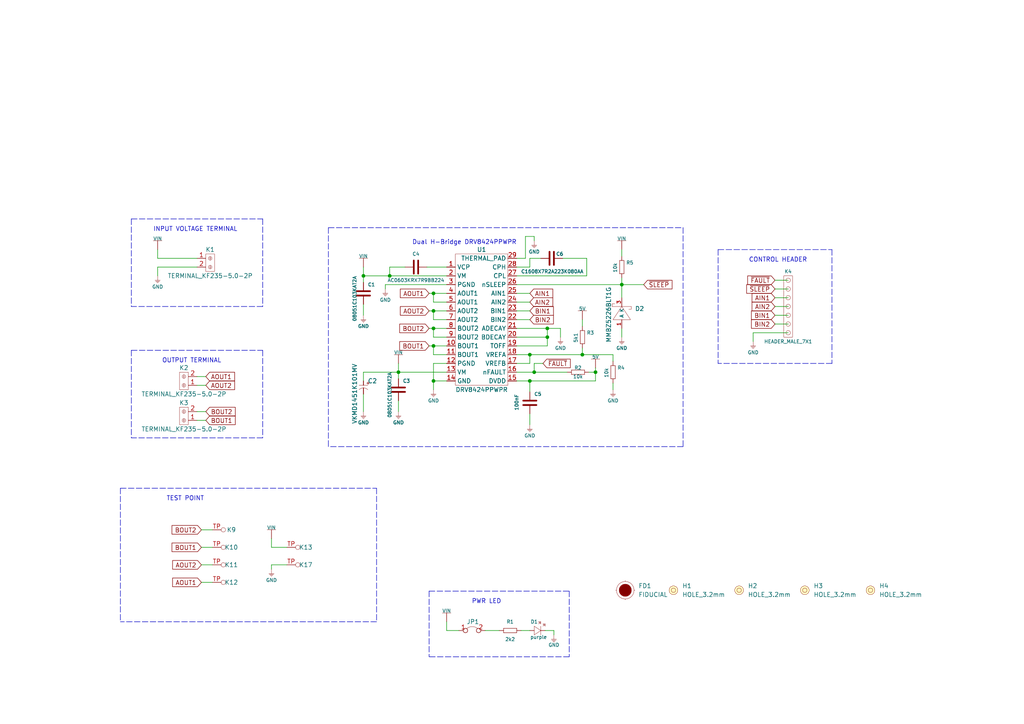
<source format=kicad_sch>
(kicad_sch (version 20211123) (generator eeschema)

  (uuid bbebf9b9-9102-4bcd-875a-94bbf2678288)

  (paper "A4")

  (title_block
    (title "Dual H-bridge DRV8424PPWPR")
    (date "2022-12-13")
    (rev "V1.2.0")
    (company "SOLDERED")
    (comment 1 "333160")
  )

  (lib_symbols
    (symbol "e-radionica.com schematics:0402LED" (pin_numbers hide) (pin_names (offset 0.254) hide) (in_bom yes) (on_board yes)
      (property "Reference" "D" (id 0) (at -0.635 2.54 0)
        (effects (font (size 1 1)))
      )
      (property "Value" "0402LED" (id 1) (at 0 -2.54 0)
        (effects (font (size 1 1)))
      )
      (property "Footprint" "e-radionica.com footprinti:0402LED" (id 2) (at 0 5.08 0)
        (effects (font (size 1 1)) hide)
      )
      (property "Datasheet" "" (id 3) (at 0 0 0)
        (effects (font (size 1 1)) hide)
      )
      (symbol "0402LED_0_1"
        (polyline
          (pts
            (xy -0.635 1.27)
            (xy 1.27 0)
          )
          (stroke (width 0.0006) (type default) (color 0 0 0 0))
          (fill (type none))
        )
        (polyline
          (pts
            (xy 0.635 1.905)
            (xy 1.27 2.54)
          )
          (stroke (width 0.0006) (type default) (color 0 0 0 0))
          (fill (type none))
        )
        (polyline
          (pts
            (xy 1.27 1.27)
            (xy 1.27 -1.27)
          )
          (stroke (width 0.0006) (type default) (color 0 0 0 0))
          (fill (type none))
        )
        (polyline
          (pts
            (xy 1.905 1.27)
            (xy 2.54 1.905)
          )
          (stroke (width 0.0006) (type default) (color 0 0 0 0))
          (fill (type none))
        )
        (polyline
          (pts
            (xy -0.635 1.27)
            (xy -0.635 -1.27)
            (xy 1.27 0)
          )
          (stroke (width 0.0006) (type default) (color 0 0 0 0))
          (fill (type none))
        )
        (polyline
          (pts
            (xy 1.27 2.54)
            (xy 0.635 2.54)
            (xy 1.27 1.905)
            (xy 1.27 2.54)
          )
          (stroke (width 0.0006) (type default) (color 0 0 0 0))
          (fill (type none))
        )
        (polyline
          (pts
            (xy 2.54 1.905)
            (xy 1.905 1.905)
            (xy 2.54 1.27)
            (xy 2.54 1.905)
          )
          (stroke (width 0.0006) (type default) (color 0 0 0 0))
          (fill (type none))
        )
      )
      (symbol "0402LED_1_1"
        (pin passive line (at -1.905 0 0) (length 1.27)
          (name "A" (effects (font (size 1.27 1.27))))
          (number "1" (effects (font (size 1.27 1.27))))
        )
        (pin passive line (at 2.54 0 180) (length 1.27)
          (name "K" (effects (font (size 1.27 1.27))))
          (number "2" (effects (font (size 1.27 1.27))))
        )
      )
    )
    (symbol "e-radionica.com schematics:0402R" (pin_numbers hide) (pin_names (offset 0.254)) (in_bom yes) (on_board yes)
      (property "Reference" "R" (id 0) (at -1.905 1.27 0)
        (effects (font (size 1 1)))
      )
      (property "Value" "0402R" (id 1) (at 0 -1.27 0)
        (effects (font (size 1 1)))
      )
      (property "Footprint" "e-radionica.com footprinti:0402R" (id 2) (at -2.54 1.905 0)
        (effects (font (size 1 1)) hide)
      )
      (property "Datasheet" "" (id 3) (at -2.54 1.905 0)
        (effects (font (size 1 1)) hide)
      )
      (symbol "0402R_0_1"
        (rectangle (start -1.905 -0.635) (end 1.905 -0.6604)
          (stroke (width 0.1) (type default) (color 0 0 0 0))
          (fill (type none))
        )
        (rectangle (start -1.905 0.635) (end -1.8796 -0.635)
          (stroke (width 0.1) (type default) (color 0 0 0 0))
          (fill (type none))
        )
        (rectangle (start -1.905 0.635) (end 1.905 0.6096)
          (stroke (width 0.1) (type default) (color 0 0 0 0))
          (fill (type none))
        )
        (rectangle (start 1.905 0.635) (end 1.9304 -0.635)
          (stroke (width 0.1) (type default) (color 0 0 0 0))
          (fill (type none))
        )
      )
      (symbol "0402R_1_1"
        (pin passive line (at -3.175 0 0) (length 1.27)
          (name "~" (effects (font (size 1.27 1.27))))
          (number "1" (effects (font (size 1.27 1.27))))
        )
        (pin passive line (at 3.175 0 180) (length 1.27)
          (name "~" (effects (font (size 1.27 1.27))))
          (number "2" (effects (font (size 1.27 1.27))))
        )
      )
    )
    (symbol "e-radionica.com schematics:0603C" (pin_numbers hide) (pin_names (offset 0.002)) (in_bom yes) (on_board yes)
      (property "Reference" "C" (id 0) (at -0.635 3.175 0)
        (effects (font (size 1 1)))
      )
      (property "Value" "0603C" (id 1) (at 0 -3.175 0)
        (effects (font (size 1 1)))
      )
      (property "Footprint" "e-radionica.com footprinti:0603C" (id 2) (at 0 0 0)
        (effects (font (size 1 1)) hide)
      )
      (property "Datasheet" "" (id 3) (at 0 0 0)
        (effects (font (size 1 1)) hide)
      )
      (symbol "0603C_0_1"
        (polyline
          (pts
            (xy -0.635 1.905)
            (xy -0.635 -1.905)
          )
          (stroke (width 0.5) (type default) (color 0 0 0 0))
          (fill (type none))
        )
        (polyline
          (pts
            (xy 0.635 1.905)
            (xy 0.635 -1.905)
          )
          (stroke (width 0.5) (type default) (color 0 0 0 0))
          (fill (type none))
        )
      )
      (symbol "0603C_1_1"
        (pin passive line (at -3.175 0 0) (length 2.54)
          (name "~" (effects (font (size 1.27 1.27))))
          (number "1" (effects (font (size 1.27 1.27))))
        )
        (pin passive line (at 3.175 0 180) (length 2.54)
          (name "~" (effects (font (size 1.27 1.27))))
          (number "2" (effects (font (size 1.27 1.27))))
        )
      )
    )
    (symbol "e-radionica.com schematics:0603R" (pin_numbers hide) (pin_names (offset 0.254)) (in_bom yes) (on_board yes)
      (property "Reference" "R" (id 0) (at -1.905 1.905 0)
        (effects (font (size 1 1)))
      )
      (property "Value" "0603R" (id 1) (at 0 -1.905 0)
        (effects (font (size 1 1)))
      )
      (property "Footprint" "e-radionica.com footprinti:0603R" (id 2) (at -0.635 1.905 0)
        (effects (font (size 1 1)) hide)
      )
      (property "Datasheet" "" (id 3) (at -0.635 1.905 0)
        (effects (font (size 1 1)) hide)
      )
      (symbol "0603R_0_1"
        (rectangle (start -1.905 -0.635) (end 1.905 -0.6604)
          (stroke (width 0.1) (type default) (color 0 0 0 0))
          (fill (type none))
        )
        (rectangle (start -1.905 0.635) (end -1.8796 -0.635)
          (stroke (width 0.1) (type default) (color 0 0 0 0))
          (fill (type none))
        )
        (rectangle (start -1.905 0.635) (end 1.905 0.6096)
          (stroke (width 0.1) (type default) (color 0 0 0 0))
          (fill (type none))
        )
        (rectangle (start 1.905 0.635) (end 1.9304 -0.635)
          (stroke (width 0.1) (type default) (color 0 0 0 0))
          (fill (type none))
        )
      )
      (symbol "0603R_1_1"
        (pin passive line (at -3.175 0 0) (length 1.27)
          (name "~" (effects (font (size 1.27 1.27))))
          (number "1" (effects (font (size 1.27 1.27))))
        )
        (pin passive line (at 3.175 0 180) (length 1.27)
          (name "~" (effects (font (size 1.27 1.27))))
          (number "2" (effects (font (size 1.27 1.27))))
        )
      )
    )
    (symbol "e-radionica.com schematics:0805C" (pin_numbers hide) (in_bom yes) (on_board yes)
      (property "Reference" "C" (id 0) (at -0.635 3.175 0)
        (effects (font (size 1 1)))
      )
      (property "Value" "0805C" (id 1) (at 0 -3.175 0)
        (effects (font (size 1 1)))
      )
      (property "Footprint" "e-radionica.com footprinti:0805C" (id 2) (at 0 0 0)
        (effects (font (size 1 1)) hide)
      )
      (property "Datasheet" "" (id 3) (at 0 0 0)
        (effects (font (size 1 1)) hide)
      )
      (symbol "0805C_0_1"
        (polyline
          (pts
            (xy -0.635 1.905)
            (xy -0.635 -1.905)
          )
          (stroke (width 0.5) (type default) (color 0 0 0 0))
          (fill (type none))
        )
        (polyline
          (pts
            (xy 0.635 1.905)
            (xy 0.635 -1.905)
          )
          (stroke (width 0.5) (type default) (color 0 0 0 0))
          (fill (type none))
        )
      )
      (symbol "0805C_1_1"
        (pin passive line (at -3.175 0 0) (length 2.54)
          (name "~" (effects (font (size 1.27 1.27))))
          (number "1" (effects (font (size 1.27 1.27))))
        )
        (pin passive line (at 3.175 0 180) (length 2.54)
          (name "~" (effects (font (size 1.27 1.27))))
          (number "2" (effects (font (size 1.27 1.27))))
        )
      )
    )
    (symbol "e-radionica.com schematics:5V" (power) (pin_names (offset 0)) (in_bom yes) (on_board yes)
      (property "Reference" "#PWR" (id 0) (at 4.445 0 0)
        (effects (font (size 1 1)) hide)
      )
      (property "Value" "5V" (id 1) (at 0 3.556 0)
        (effects (font (size 1 1)))
      )
      (property "Footprint" "" (id 2) (at 4.445 3.81 0)
        (effects (font (size 1 1)) hide)
      )
      (property "Datasheet" "" (id 3) (at 4.445 3.81 0)
        (effects (font (size 1 1)) hide)
      )
      (property "ki_keywords" "power-flag" (id 4) (at 0 0 0)
        (effects (font (size 1.27 1.27)) hide)
      )
      (property "ki_description" "Power symbol creates a global label with name \"+3V3\"" (id 5) (at 0 0 0)
        (effects (font (size 1.27 1.27)) hide)
      )
      (symbol "5V_0_1"
        (polyline
          (pts
            (xy -1.27 2.54)
            (xy 1.27 2.54)
          )
          (stroke (width 0.0006) (type default) (color 0 0 0 0))
          (fill (type none))
        )
        (polyline
          (pts
            (xy 0 0)
            (xy 0 2.54)
          )
          (stroke (width 0) (type default) (color 0 0 0 0))
          (fill (type none))
        )
      )
      (symbol "5V_1_1"
        (pin power_in line (at 0 0 90) (length 0) hide
          (name "5V" (effects (font (size 1.27 1.27))))
          (number "1" (effects (font (size 1.27 1.27))))
        )
      )
    )
    (symbol "e-radionica.com schematics:DRV8424PPWPR" (in_bom yes) (on_board yes)
      (property "Reference" "U" (id 0) (at 0 21.59 0)
        (effects (font (size 1.27 1.27)))
      )
      (property "Value" "DRV8424PPWPR" (id 1) (at 0 -19.05 0)
        (effects (font (size 1.27 1.27)))
      )
      (property "Footprint" "e-radionica.com footprinti:HTSSOP-28" (id 2) (at 0 -22.86 0)
        (effects (font (size 1.27 1.27)) hide)
      )
      (property "Datasheet" "" (id 3) (at 0 0 0)
        (effects (font (size 1.27 1.27)) hide)
      )
      (symbol "DRV8424PPWPR_0_1"
        (rectangle (start -7.62 20.32) (end 7.62 -17.78)
          (stroke (width 0.0006) (type default) (color 0 0 0 0))
          (fill (type none))
        )
      )
      (symbol "DRV8424PPWPR_1_1"
        (pin bidirectional line (at -10.16 16.51 0) (length 2.54)
          (name "VCP" (effects (font (size 1.27 1.27))))
          (number "1" (effects (font (size 1.27 1.27))))
        )
        (pin bidirectional line (at -10.16 -6.35 0) (length 2.54)
          (name "BOUT1" (effects (font (size 1.27 1.27))))
          (number "10" (effects (font (size 1.27 1.27))))
        )
        (pin bidirectional line (at -10.16 -8.89 0) (length 2.54)
          (name "BOUT1" (effects (font (size 1.27 1.27))))
          (number "11" (effects (font (size 1.27 1.27))))
        )
        (pin bidirectional line (at -10.16 -11.43 0) (length 2.54)
          (name "PGND" (effects (font (size 1.27 1.27))))
          (number "12" (effects (font (size 1.27 1.27))))
        )
        (pin bidirectional line (at -10.16 -13.97 0) (length 2.54)
          (name "VM" (effects (font (size 1.27 1.27))))
          (number "13" (effects (font (size 1.27 1.27))))
        )
        (pin bidirectional line (at -10.16 -16.51 0) (length 2.54)
          (name "GND" (effects (font (size 1.27 1.27))))
          (number "14" (effects (font (size 1.27 1.27))))
        )
        (pin bidirectional line (at 10.16 -16.51 180) (length 2.54)
          (name "DVDD" (effects (font (size 1.27 1.27))))
          (number "15" (effects (font (size 1.27 1.27))))
        )
        (pin bidirectional line (at 10.16 -13.97 180) (length 2.54)
          (name "nFAULT" (effects (font (size 1.27 1.27))))
          (number "16" (effects (font (size 1.27 1.27))))
        )
        (pin bidirectional line (at 10.16 -11.43 180) (length 2.54)
          (name "VREFB" (effects (font (size 1.27 1.27))))
          (number "17" (effects (font (size 1.27 1.27))))
        )
        (pin bidirectional line (at 10.16 -8.89 180) (length 2.54)
          (name "VREFA" (effects (font (size 1.27 1.27))))
          (number "18" (effects (font (size 1.27 1.27))))
        )
        (pin bidirectional line (at 10.16 -6.35 180) (length 2.54)
          (name "TOFF" (effects (font (size 1.27 1.27))))
          (number "19" (effects (font (size 1.27 1.27))))
        )
        (pin bidirectional line (at -10.16 13.97 0) (length 2.54)
          (name "VM" (effects (font (size 1.27 1.27))))
          (number "2" (effects (font (size 1.27 1.27))))
        )
        (pin bidirectional line (at 10.16 -3.81 180) (length 2.54)
          (name "BDECAY" (effects (font (size 1.27 1.27))))
          (number "20" (effects (font (size 1.27 1.27))))
        )
        (pin bidirectional line (at 10.16 -1.27 180) (length 2.54)
          (name "ADECAY" (effects (font (size 1.27 1.27))))
          (number "21" (effects (font (size 1.27 1.27))))
        )
        (pin bidirectional line (at 10.16 1.27 180) (length 2.54)
          (name "BIN2" (effects (font (size 1.27 1.27))))
          (number "22" (effects (font (size 1.27 1.27))))
        )
        (pin bidirectional line (at 10.16 3.81 180) (length 2.54)
          (name "BIN1" (effects (font (size 1.27 1.27))))
          (number "23" (effects (font (size 1.27 1.27))))
        )
        (pin bidirectional line (at 10.16 6.35 180) (length 2.54)
          (name "AIN2" (effects (font (size 1.27 1.27))))
          (number "24" (effects (font (size 1.27 1.27))))
        )
        (pin bidirectional line (at 10.16 8.89 180) (length 2.54)
          (name "AIN1" (effects (font (size 1.27 1.27))))
          (number "25" (effects (font (size 1.27 1.27))))
        )
        (pin bidirectional line (at 10.16 11.43 180) (length 2.54)
          (name "nSLEEP" (effects (font (size 1.27 1.27))))
          (number "26" (effects (font (size 1.27 1.27))))
        )
        (pin bidirectional line (at 10.16 13.97 180) (length 2.54)
          (name "CPL" (effects (font (size 1.27 1.27))))
          (number "27" (effects (font (size 1.27 1.27))))
        )
        (pin bidirectional line (at 10.16 16.51 180) (length 2.54)
          (name "CPH" (effects (font (size 1.27 1.27))))
          (number "28" (effects (font (size 1.27 1.27))))
        )
        (pin bidirectional line (at 10.16 19.05 180) (length 2.54)
          (name "THERMAL_PAD" (effects (font (size 1.27 1.27))))
          (number "29" (effects (font (size 1.27 1.27))))
        )
        (pin bidirectional line (at -10.16 11.43 0) (length 2.54)
          (name "PGND" (effects (font (size 1.27 1.27))))
          (number "3" (effects (font (size 1.27 1.27))))
        )
        (pin bidirectional line (at -10.16 8.89 0) (length 2.54)
          (name "AOUT1" (effects (font (size 1.27 1.27))))
          (number "4" (effects (font (size 1.27 1.27))))
        )
        (pin bidirectional line (at -10.16 6.35 0) (length 2.54)
          (name "AOUT1" (effects (font (size 1.27 1.27))))
          (number "5" (effects (font (size 1.27 1.27))))
        )
        (pin bidirectional line (at -10.16 3.81 0) (length 2.54)
          (name "AOUT2" (effects (font (size 1.27 1.27))))
          (number "6" (effects (font (size 1.27 1.27))))
        )
        (pin bidirectional line (at -10.16 1.27 0) (length 2.54)
          (name "AOUT2" (effects (font (size 1.27 1.27))))
          (number "7" (effects (font (size 1.27 1.27))))
        )
        (pin bidirectional line (at -10.16 -1.27 0) (length 2.54)
          (name "BOUT2" (effects (font (size 1.27 1.27))))
          (number "8" (effects (font (size 1.27 1.27))))
        )
        (pin bidirectional line (at -10.16 -3.81 0) (length 2.54)
          (name "BOUT2" (effects (font (size 1.27 1.27))))
          (number "9" (effects (font (size 1.27 1.27))))
        )
      )
    )
    (symbol "e-radionica.com schematics:ELECTROLITIC_CAP_8x8x14.5" (pin_numbers hide) (pin_names hide) (in_bom yes) (on_board yes)
      (property "Reference" "C" (id 0) (at -1.27 2.54 0)
        (effects (font (size 1.27 1.27)))
      )
      (property "Value" "ELECTROLITIC_CAP_8x8x14.5" (id 1) (at 0 -2.54 0)
        (effects (font (size 1.27 1.27)))
      )
      (property "Footprint" "e-radionica.com footprinti:ELECTROLITIC_CAP_8x8x14.5" (id 2) (at 0 -5.08 0)
        (effects (font (size 1.27 1.27)) hide)
      )
      (property "Datasheet" "" (id 3) (at 0 0 0)
        (effects (font (size 1.27 1.27)) hide)
      )
      (symbol "ELECTROLITIC_CAP_8x8x14.5_0_0"
        (text "+" (at -1.905 1.27 0)
          (effects (font (size 1 1)))
        )
      )
      (symbol "ELECTROLITIC_CAP_8x8x14.5_0_1"
        (polyline
          (pts
            (xy -1.27 -1.27)
            (xy -1.27 1.27)
          )
          (stroke (width 0.0006) (type default) (color 0 0 0 0))
          (fill (type none))
        )
        (arc (start -0.0001 1.27) (mid -0.5261 0) (end -0.0001 -1.27)
          (stroke (width 0.0006) (type default) (color 0 0 0 0))
          (fill (type none))
        )
      )
      (symbol "ELECTROLITIC_CAP_8x8x14.5_1_1"
        (pin input line (at -2.54 0 0) (length 1.27)
          (name "+" (effects (font (size 1.27 1.27))))
          (number "1" (effects (font (size 1.27 1.27))))
        )
        (pin input line (at 1.27 0 180) (length 1.8)
          (name "-" (effects (font (size 1.27 1.27))))
          (number "2" (effects (font (size 1.27 1.27))))
        )
      )
    )
    (symbol "e-radionica.com schematics:FIDUCIAL" (in_bom yes) (on_board yes)
      (property "Reference" "FD" (id 0) (at 0 3.81 0)
        (effects (font (size 1.27 1.27)))
      )
      (property "Value" "FIDUCIAL" (id 1) (at 0 -3.81 0)
        (effects (font (size 1.27 1.27)))
      )
      (property "Footprint" "e-radionica.com footprinti:FIDUCIAL_23" (id 2) (at 0.254 -5.334 0)
        (effects (font (size 1.27 1.27)) hide)
      )
      (property "Datasheet" "" (id 3) (at 0 0 0)
        (effects (font (size 1.27 1.27)) hide)
      )
      (symbol "FIDUCIAL_0_1"
        (polyline
          (pts
            (xy -2.54 0)
            (xy -2.794 0)
          )
          (stroke (width 0.0006) (type default) (color 0 0 0 0))
          (fill (type none))
        )
        (polyline
          (pts
            (xy 0 -2.54)
            (xy 0 -2.794)
          )
          (stroke (width 0.0006) (type default) (color 0 0 0 0))
          (fill (type none))
        )
        (polyline
          (pts
            (xy 0 2.54)
            (xy 0 2.794)
          )
          (stroke (width 0.0006) (type default) (color 0 0 0 0))
          (fill (type none))
        )
        (polyline
          (pts
            (xy 2.54 0)
            (xy 2.794 0)
          )
          (stroke (width 0.0006) (type default) (color 0 0 0 0))
          (fill (type none))
        )
        (circle (center 0 0) (radius 1.7961)
          (stroke (width 0.001) (type default) (color 0 0 0 0))
          (fill (type outline))
        )
        (circle (center 0 0) (radius 2.54)
          (stroke (width 0.0006) (type default) (color 0 0 0 0))
          (fill (type none))
        )
      )
    )
    (symbol "e-radionica.com schematics:GND" (power) (pin_names (offset 0)) (in_bom yes) (on_board yes)
      (property "Reference" "#PWR" (id 0) (at 4.445 0 0)
        (effects (font (size 1 1)) hide)
      )
      (property "Value" "GND" (id 1) (at 0 -2.921 0)
        (effects (font (size 1 1)))
      )
      (property "Footprint" "" (id 2) (at 4.445 3.81 0)
        (effects (font (size 1 1)) hide)
      )
      (property "Datasheet" "" (id 3) (at 4.445 3.81 0)
        (effects (font (size 1 1)) hide)
      )
      (property "ki_keywords" "power-flag" (id 4) (at 0 0 0)
        (effects (font (size 1.27 1.27)) hide)
      )
      (property "ki_description" "Power symbol creates a global label with name \"+3V3\"" (id 5) (at 0 0 0)
        (effects (font (size 1.27 1.27)) hide)
      )
      (symbol "GND_0_1"
        (polyline
          (pts
            (xy -0.762 -1.27)
            (xy 0.762 -1.27)
          )
          (stroke (width 0.0006) (type default) (color 0 0 0 0))
          (fill (type none))
        )
        (polyline
          (pts
            (xy -0.635 -1.524)
            (xy 0.635 -1.524)
          )
          (stroke (width 0.0006) (type default) (color 0 0 0 0))
          (fill (type none))
        )
        (polyline
          (pts
            (xy -0.381 -1.778)
            (xy 0.381 -1.778)
          )
          (stroke (width 0.0006) (type default) (color 0 0 0 0))
          (fill (type none))
        )
        (polyline
          (pts
            (xy -0.127 -2.032)
            (xy 0.127 -2.032)
          )
          (stroke (width 0.0006) (type default) (color 0 0 0 0))
          (fill (type none))
        )
        (polyline
          (pts
            (xy 0 0)
            (xy 0 -1.27)
          )
          (stroke (width 0.0006) (type default) (color 0 0 0 0))
          (fill (type none))
        )
      )
      (symbol "GND_1_1"
        (pin power_in line (at 0 0 270) (length 0) hide
          (name "GND" (effects (font (size 1.27 1.27))))
          (number "1" (effects (font (size 1.27 1.27))))
        )
      )
    )
    (symbol "e-radionica.com schematics:GND_3" (power) (pin_names (offset 0)) (in_bom yes) (on_board yes)
      (property "Reference" "#PWR" (id 0) (at 4.445 0 0)
        (effects (font (size 1 1)) hide)
      )
      (property "Value" "GND" (id 1) (at 0 -2.921 0)
        (effects (font (size 1 1)))
      )
      (property "Footprint" "" (id 2) (at 4.445 3.81 0)
        (effects (font (size 1 1)) hide)
      )
      (property "Datasheet" "" (id 3) (at 4.445 3.81 0)
        (effects (font (size 1 1)) hide)
      )
      (property "ki_keywords" "power-flag" (id 4) (at 0 0 0)
        (effects (font (size 1.27 1.27)) hide)
      )
      (property "ki_description" "Power symbol creates a global label with name \"+3V3\"" (id 5) (at 0 0 0)
        (effects (font (size 1.27 1.27)) hide)
      )
      (symbol "GND_3_0_1"
        (polyline
          (pts
            (xy -0.762 -1.27)
            (xy 0.762 -1.27)
          )
          (stroke (width 0.0006) (type default) (color 0 0 0 0))
          (fill (type none))
        )
        (polyline
          (pts
            (xy -0.635 -1.524)
            (xy 0.635 -1.524)
          )
          (stroke (width 0.0006) (type default) (color 0 0 0 0))
          (fill (type none))
        )
        (polyline
          (pts
            (xy -0.381 -1.778)
            (xy 0.381 -1.778)
          )
          (stroke (width 0.0006) (type default) (color 0 0 0 0))
          (fill (type none))
        )
        (polyline
          (pts
            (xy -0.127 -2.032)
            (xy 0.127 -2.032)
          )
          (stroke (width 0.0006) (type default) (color 0 0 0 0))
          (fill (type none))
        )
        (polyline
          (pts
            (xy 0 0)
            (xy 0 -1.27)
          )
          (stroke (width 0.0006) (type default) (color 0 0 0 0))
          (fill (type none))
        )
      )
      (symbol "GND_3_1_1"
        (pin power_in line (at 0 0 270) (length 0) hide
          (name "GND" (effects (font (size 1.27 1.27))))
          (number "1" (effects (font (size 1.27 1.27))))
        )
      )
    )
    (symbol "e-radionica.com schematics:HEADER_MALE_7X1" (pin_numbers hide) (pin_names hide) (in_bom yes) (on_board yes)
      (property "Reference" "K" (id 0) (at -0.635 10.16 0)
        (effects (font (size 1 1)))
      )
      (property "Value" "HEADER_MALE_7X1" (id 1) (at 0 -10.16 0)
        (effects (font (size 1 1)))
      )
      (property "Footprint" "e-radionica.com footprinti:HEADER_MALE_7X1" (id 2) (at 0 0 0)
        (effects (font (size 1 1)) hide)
      )
      (property "Datasheet" "" (id 3) (at 0 0 0)
        (effects (font (size 1 1)) hide)
      )
      (symbol "HEADER_MALE_7X1_0_1"
        (circle (center 0 -7.62) (radius 0.635)
          (stroke (width 0.0006) (type default) (color 0 0 0 0))
          (fill (type none))
        )
        (circle (center 0 -5.08) (radius 0.635)
          (stroke (width 0.0006) (type default) (color 0 0 0 0))
          (fill (type none))
        )
        (circle (center 0 -2.54) (radius 0.635)
          (stroke (width 0.0006) (type default) (color 0 0 0 0))
          (fill (type none))
        )
        (circle (center 0 0) (radius 0.635)
          (stroke (width 0.0006) (type default) (color 0 0 0 0))
          (fill (type none))
        )
        (circle (center 0 2.54) (radius 0.635)
          (stroke (width 0.0006) (type default) (color 0 0 0 0))
          (fill (type none))
        )
        (circle (center 0 5.08) (radius 0.635)
          (stroke (width 0.0006) (type default) (color 0 0 0 0))
          (fill (type none))
        )
        (circle (center 0 7.62) (radius 0.635)
          (stroke (width 0.0006) (type default) (color 0 0 0 0))
          (fill (type none))
        )
        (rectangle (start 1.27 -8.89) (end -1.27 8.89)
          (stroke (width 0.0006) (type default) (color 0 0 0 0))
          (fill (type none))
        )
      )
      (symbol "HEADER_MALE_7X1_1_1"
        (pin passive line (at 0 -7.62 180) (length 0)
          (name "~" (effects (font (size 0.991 0.991))))
          (number "1" (effects (font (size 0.991 0.991))))
        )
        (pin passive line (at 0 -5.08 180) (length 0)
          (name "~" (effects (font (size 0.991 0.991))))
          (number "2" (effects (font (size 0.991 0.991))))
        )
        (pin passive line (at 0 -2.54 180) (length 0)
          (name "~" (effects (font (size 0.991 0.991))))
          (number "3" (effects (font (size 0.991 0.991))))
        )
        (pin passive line (at 0 0 180) (length 0)
          (name "~" (effects (font (size 0.991 0.991))))
          (number "4" (effects (font (size 0.991 0.991))))
        )
        (pin passive line (at 0 2.54 180) (length 0)
          (name "~" (effects (font (size 0.991 0.991))))
          (number "5" (effects (font (size 0.991 0.991))))
        )
        (pin passive line (at 0 5.08 180) (length 0)
          (name "~" (effects (font (size 0.991 0.991))))
          (number "6" (effects (font (size 0.991 0.991))))
        )
        (pin passive line (at 0 7.62 180) (length 0)
          (name "~" (effects (font (size 0.991 0.991))))
          (number "7" (effects (font (size 0.991 0.991))))
        )
      )
    )
    (symbol "e-radionica.com schematics:HOLE_3.2mm" (pin_numbers hide) (pin_names hide) (in_bom yes) (on_board yes)
      (property "Reference" "H" (id 0) (at 0 2.54 0)
        (effects (font (size 1.27 1.27)))
      )
      (property "Value" "HOLE_3.2mm" (id 1) (at 0 -2.54 0)
        (effects (font (size 1.27 1.27)))
      )
      (property "Footprint" "e-radionica.com footprinti:HOLE_3.2mm" (id 2) (at 0 0 0)
        (effects (font (size 1.27 1.27)) hide)
      )
      (property "Datasheet" "" (id 3) (at 0 0 0)
        (effects (font (size 1.27 1.27)) hide)
      )
      (symbol "HOLE_3.2mm_0_1"
        (circle (center 0 0) (radius 0.635)
          (stroke (width 0.0006) (type default) (color 0 0 0 0))
          (fill (type none))
        )
        (circle (center 0 0) (radius 1.27)
          (stroke (width 0.001) (type default) (color 0 0 0 0))
          (fill (type background))
        )
      )
    )
    (symbol "e-radionica.com schematics:MMBZ5226BLT1G" (in_bom yes) (on_board yes)
      (property "Reference" "D" (id 0) (at 0 2.54 0)
        (effects (font (size 1.27 1.27)))
      )
      (property "Value" "MMBZ5226BLT1G" (id 1) (at 0 -3.81 0)
        (effects (font (size 1.27 1.27)))
      )
      (property "Footprint" "e-radionica.com footprinti:SOT-23-3" (id 2) (at 0 0 0)
        (effects (font (size 1.27 1.27)) hide)
      )
      (property "Datasheet" "" (id 3) (at 0 0 0)
        (effects (font (size 1.27 1.27)) hide)
      )
      (symbol "MMBZ5226BLT1G_0_1"
        (polyline
          (pts
            (xy -2.54 2.54)
            (xy -2.54 -2.54)
            (xy 1.27 0)
            (xy -2.54 2.54)
          )
          (stroke (width 0.0006) (type default) (color 0 0 0 0))
          (fill (type none))
        )
        (polyline
          (pts
            (xy 1.27 2.794)
            (xy 1.27 -2.794)
            (xy 0.508 -2.794)
            (xy 0.508 -2.032)
          )
          (stroke (width 0.0006) (type default) (color 0 0 0 0))
          (fill (type none))
        )
        (polyline
          (pts
            (xy 1.27 2.794)
            (xy 2.032 2.794)
            (xy 2.032 2.032)
            (xy 2.032 2.54)
          )
          (stroke (width 0.0006) (type default) (color 0 0 0 0))
          (fill (type none))
        )
      )
      (symbol "MMBZ5226BLT1G_1_1"
        (pin passive line (at -5.08 0 0) (length 2.54)
          (name "A" (effects (font (size 1 1))))
          (number "1" (effects (font (size 1 1))))
        )
        (pin passive line (at 3.81 0 180) (length 2.54)
          (name "K" (effects (font (size 1 1))))
          (number "3" (effects (font (size 1 1))))
        )
      )
    )
    (symbol "e-radionica.com schematics:SMD-JUMPER-CONNECTED_TRACE_SLODERMASK" (in_bom yes) (on_board yes)
      (property "Reference" "JP" (id 0) (at 0 3.556 0)
        (effects (font (size 1.27 1.27)))
      )
      (property "Value" "SMD-JUMPER-CONNECTED_TRACE_SLODERMASK" (id 1) (at 0 -2.54 0)
        (effects (font (size 1.27 1.27)))
      )
      (property "Footprint" "e-radionica.com footprinti:SMD-JUMPER-CONNECTED_TRACE_SLODERMASK" (id 2) (at 0 -5.715 0)
        (effects (font (size 1.27 1.27)) hide)
      )
      (property "Datasheet" "" (id 3) (at 0 0 0)
        (effects (font (size 1.27 1.27)) hide)
      )
      (symbol "SMD-JUMPER-CONNECTED_TRACE_SLODERMASK_0_1"
        (arc (start 1.397 0.5842) (mid -0.2077 1.1365) (end -1.8034 0.5588)
          (stroke (width 0.0006) (type default) (color 0 0 0 0))
          (fill (type none))
        )
      )
      (symbol "SMD-JUMPER-CONNECTED_TRACE_SLODERMASK_1_1"
        (pin passive inverted (at -4.064 0 0) (length 2.54)
          (name "" (effects (font (size 1.27 1.27))))
          (number "1" (effects (font (size 1.27 1.27))))
        )
        (pin passive inverted (at 3.556 0 180) (length 2.54)
          (name "" (effects (font (size 1.27 1.27))))
          (number "2" (effects (font (size 1.27 1.27))))
        )
      )
    )
    (symbol "e-radionica.com schematics:TERMINAL_KF235-5.0-2P" (in_bom yes) (on_board yes)
      (property "Reference" "K" (id 0) (at 0 3.81 0)
        (effects (font (size 1.27 1.27)))
      )
      (property "Value" "TERMINAL_KF235-5.0-2P" (id 1) (at 0 -3.81 0)
        (effects (font (size 1.27 1.27)))
      )
      (property "Footprint" "e-radionica.com footprinti:TERMINAL_KF235-5.0-2P" (id 2) (at 0 0 0)
        (effects (font (size 1.27 1.27)) hide)
      )
      (property "Datasheet" "" (id 3) (at 0 0 0)
        (effects (font (size 1.27 1.27)) hide)
      )
      (symbol "TERMINAL_KF235-5.0-2P_0_1"
        (rectangle (start -1.27 2.54) (end 1.27 -2.54)
          (stroke (width 0.0006) (type default) (color 0 0 0 0))
          (fill (type none))
        )
        (circle (center 0 -1.27) (radius 0.508)
          (stroke (width 0.0006) (type default) (color 0 0 0 0))
          (fill (type none))
        )
        (polyline
          (pts
            (xy -0.254 -1.27)
            (xy 0.254 -1.27)
          )
          (stroke (width 0.0006) (type default) (color 0 0 0 0))
          (fill (type none))
        )
        (polyline
          (pts
            (xy -0.254 1.27)
            (xy 0.254 1.27)
          )
          (stroke (width 0.0006) (type default) (color 0 0 0 0))
          (fill (type none))
        )
        (polyline
          (pts
            (xy 0 -0.762)
            (xy 0 -1.778)
          )
          (stroke (width 0.0006) (type default) (color 0 0 0 0))
          (fill (type none))
        )
        (polyline
          (pts
            (xy 0 1.778)
            (xy 0 0.762)
          )
          (stroke (width 0.0006) (type default) (color 0 0 0 0))
          (fill (type none))
        )
        (circle (center 0 1.27) (radius 0.508)
          (stroke (width 0.0006) (type default) (color 0 0 0 0))
          (fill (type none))
        )
      )
      (symbol "TERMINAL_KF235-5.0-2P_1_1"
        (pin input line (at -3.81 1.27 0) (length 2.54)
          (name "~" (effects (font (size 1.27 1.27))))
          (number "1" (effects (font (size 1.27 1.27))))
        )
        (pin input line (at -3.81 -1.27 0) (length 2.54)
          (name "~" (effects (font (size 1.27 1.27))))
          (number "2" (effects (font (size 1.27 1.27))))
        )
      )
    )
    (symbol "e-radionica.com schematics:Test_Point_SMD_0.8mm" (in_bom yes) (on_board yes)
      (property "Reference" "K" (id 0) (at 0 6.35 0)
        (effects (font (size 1.27 1.27)))
      )
      (property "Value" "Test_Point_SMD_0.8mm" (id 1) (at 0 -6.985 0)
        (effects (font (size 1.27 1.27)))
      )
      (property "Footprint" "e-radionica.com footprinti:Test_Point_SMD_0.8mm" (id 2) (at -0.635 0 0)
        (effects (font (size 1.27 1.27)) hide)
      )
      (property "Datasheet" "" (id 3) (at -0.635 0 0)
        (effects (font (size 1.27 1.27)) hide)
      )
      (symbol "Test_Point_SMD_0.8mm_0_1"
        (circle (center 0 0) (radius 0.635)
          (stroke (width 0.0006) (type default) (color 0 0 0 0))
          (fill (type none))
        )
      )
      (symbol "Test_Point_SMD_0.8mm_1_1"
        (pin passive line (at -3.175 0 0) (length 2.54)
          (name "" (effects (font (size 1.27 1.27))))
          (number "TP" (effects (font (size 1.27 1.27))))
        )
      )
    )
    (symbol "e-radionica.com schematics:VIN" (power) (pin_names (offset 0)) (in_bom yes) (on_board yes)
      (property "Reference" "#PWR" (id 0) (at 4.445 0 0)
        (effects (font (size 1 1)) hide)
      )
      (property "Value" "VIN" (id 1) (at 0 3.556 0)
        (effects (font (size 1 1)))
      )
      (property "Footprint" "" (id 2) (at 4.445 3.81 0)
        (effects (font (size 1 1)) hide)
      )
      (property "Datasheet" "" (id 3) (at 4.445 3.81 0)
        (effects (font (size 1 1)) hide)
      )
      (property "ki_keywords" "power-flag" (id 4) (at 0 0 0)
        (effects (font (size 1.27 1.27)) hide)
      )
      (property "ki_description" "Power symbol creates a global label with name \"+3V3\"" (id 5) (at 0 0 0)
        (effects (font (size 1.27 1.27)) hide)
      )
      (symbol "VIN_0_1"
        (polyline
          (pts
            (xy -1.27 2.54)
            (xy 1.27 2.54)
          )
          (stroke (width 0.0006) (type default) (color 0 0 0 0))
          (fill (type none))
        )
        (polyline
          (pts
            (xy 0 0)
            (xy 0 2.54)
          )
          (stroke (width 0) (type default) (color 0 0 0 0))
          (fill (type none))
        )
      )
      (symbol "VIN_1_1"
        (pin power_in line (at 0 0 90) (length 0) hide
          (name "VIN" (effects (font (size 1.27 1.27))))
          (number "1" (effects (font (size 1.27 1.27))))
        )
      )
    )
  )

  (junction (at 113.03 80.01) (diameter 0.9144) (color 0 0 0 0)
    (uuid 101ef598-601d-400e-9ef6-d655fbb1dbfa)
  )
  (junction (at 154.94 107.95) (diameter 0.9144) (color 0 0 0 0)
    (uuid 15fe8f3d-6077-4e0e-81d0-8ec3f4538981)
  )
  (junction (at 125.73 100.33) (diameter 0.9144) (color 0 0 0 0)
    (uuid 35a9f71f-ba35-47f6-814e-4106ac36c51e)
  )
  (junction (at 125.73 95.25) (diameter 0.9144) (color 0 0 0 0)
    (uuid 5b34a16c-5a14-4291-8242-ea6d6ac54372)
  )
  (junction (at 125.73 85.09) (diameter 0.9144) (color 0 0 0 0)
    (uuid 6781326c-6e0d-4753-8f28-0f5c687e01f9)
  )
  (junction (at 105.41 80.01) (diameter 0.9144) (color 0 0 0 0)
    (uuid 7f52d787-caa3-4a92-b1b2-19d554dc29a4)
  )
  (junction (at 158.75 95.25) (diameter 0.9144) (color 0 0 0 0)
    (uuid 814763c2-92e5-4a2c-941c-9bbd073f6e87)
  )
  (junction (at 168.91 102.87) (diameter 0.9144) (color 0 0 0 0)
    (uuid 82be7aae-5d06-4178-8c3e-98760c41b054)
  )
  (junction (at 153.67 102.87) (diameter 0.9144) (color 0 0 0 0)
    (uuid 9b3c58a7-a9b9-4498-abc0-f9f43e4f0292)
  )
  (junction (at 125.73 110.49) (diameter 0.9144) (color 0 0 0 0)
    (uuid c094494a-f6f7-43fc-a007-4951484ddf3a)
  )
  (junction (at 125.73 90.17) (diameter 0.9144) (color 0 0 0 0)
    (uuid c701ee8e-1214-4781-a973-17bef7b6e3eb)
  )
  (junction (at 115.57 107.95) (diameter 0.9144) (color 0 0 0 0)
    (uuid c8029a4c-945d-42ca-871a-dd73ff50a1a3)
  )
  (junction (at 180.34 82.55) (diameter 0.9144) (color 0 0 0 0)
    (uuid d9c6d5d2-0b49-49ba-a970-cd2c32f74c54)
  )
  (junction (at 172.72 107.95) (diameter 0.9144) (color 0 0 0 0)
    (uuid e1535036-5d36-405f-bb86-3819621c4f23)
  )
  (junction (at 153.67 110.49) (diameter 0.9144) (color 0 0 0 0)
    (uuid e40e8cef-4fb0-4fc3-be09-3875b2cc8469)
  )
  (junction (at 158.75 97.79) (diameter 0.9144) (color 0 0 0 0)
    (uuid e65b62be-e01b-4688-a999-1d1be370c4ae)
  )

  (wire (pts (xy 57.15 119.38) (xy 59.69 119.38))
    (stroke (width 0) (type solid) (color 0 0 0 0))
    (uuid 009a8d50-355a-4de9-8fe5-e052acfecb3d)
  )
  (wire (pts (xy 180.34 80.645) (xy 180.34 82.55))
    (stroke (width 0) (type solid) (color 0 0 0 0))
    (uuid 00d3b395-6739-47a5-b11b-1f655b0aa988)
  )
  (wire (pts (xy 149.86 102.87) (xy 153.67 102.87))
    (stroke (width 0) (type solid) (color 0 0 0 0))
    (uuid 01a40160-1e18-4b5f-9c90-eee289486539)
  )
  (wire (pts (xy 153.67 102.87) (xy 168.91 102.87))
    (stroke (width 0) (type solid) (color 0 0 0 0))
    (uuid 01a40160-1e18-4b5f-9c90-eee28948653a)
  )
  (wire (pts (xy 168.91 102.87) (xy 168.91 100.965))
    (stroke (width 0) (type solid) (color 0 0 0 0))
    (uuid 01a40160-1e18-4b5f-9c90-eee28948653b)
  )
  (wire (pts (xy 78.74 163.83) (xy 78.74 165.1))
    (stroke (width 0) (type solid) (color 0 0 0 0))
    (uuid 036ea993-6be4-4344-b418-8d9f4f717a4c)
  )
  (wire (pts (xy 83.185 163.83) (xy 78.74 163.83))
    (stroke (width 0) (type solid) (color 0 0 0 0))
    (uuid 036ea993-6be4-4344-b418-8d9f4f717a4d)
  )
  (wire (pts (xy 115.57 107.95) (xy 115.57 109.855))
    (stroke (width 0) (type solid) (color 0 0 0 0))
    (uuid 0535f76e-490c-40c7-9e91-f87152c21f86)
  )
  (wire (pts (xy 149.86 95.25) (xy 158.75 95.25))
    (stroke (width 0) (type solid) (color 0 0 0 0))
    (uuid 0595d909-a32c-4750-87dc-ca978e6d5e0e)
  )
  (wire (pts (xy 153.67 120.015) (xy 153.67 123.19))
    (stroke (width 0) (type solid) (color 0 0 0 0))
    (uuid 0950122d-bc23-4405-a99d-797d939c1b04)
  )
  (wire (pts (xy 115.57 107.95) (xy 115.57 105.41))
    (stroke (width 0) (type solid) (color 0 0 0 0))
    (uuid 0f73441d-95e6-4eaa-913f-d68821203733)
  )
  (wire (pts (xy 129.54 107.95) (xy 115.57 107.95))
    (stroke (width 0) (type solid) (color 0 0 0 0))
    (uuid 0f73441d-95e6-4eaa-913f-d68821203734)
  )
  (wire (pts (xy 58.42 163.83) (xy 61.595 163.83))
    (stroke (width 0) (type solid) (color 0 0 0 0))
    (uuid 0f91518a-ed00-40bd-921b-e69b052eb4a5)
  )
  (wire (pts (xy 177.8 102.87) (xy 168.91 102.87))
    (stroke (width 0) (type solid) (color 0 0 0 0))
    (uuid 17e97825-f685-4de0-92f9-b8d175ac7be1)
  )
  (wire (pts (xy 177.8 104.775) (xy 177.8 102.87))
    (stroke (width 0) (type solid) (color 0 0 0 0))
    (uuid 17e97825-f685-4de0-92f9-b8d175ac7be2)
  )
  (wire (pts (xy 45.72 74.93) (xy 45.72 72.39))
    (stroke (width 0) (type solid) (color 0 0 0 0))
    (uuid 19821bf2-4c6a-4902-828b-018ec6580096)
  )
  (wire (pts (xy 57.15 74.93) (xy 45.72 74.93))
    (stroke (width 0) (type solid) (color 0 0 0 0))
    (uuid 19821bf2-4c6a-4902-828b-018ec6580097)
  )
  (wire (pts (xy 124.46 90.17) (xy 125.73 90.17))
    (stroke (width 0) (type solid) (color 0 0 0 0))
    (uuid 1c84b777-c062-47e1-a448-f74086675e35)
  )
  (wire (pts (xy 125.73 90.17) (xy 129.54 90.17))
    (stroke (width 0) (type solid) (color 0 0 0 0))
    (uuid 1c84b777-c062-47e1-a448-f74086675e36)
  )
  (wire (pts (xy 149.86 85.09) (xy 153.67 85.09))
    (stroke (width 0) (type solid) (color 0 0 0 0))
    (uuid 1e509830-a6bd-4e16-acec-ca7d4e667710)
  )
  (wire (pts (xy 160.655 182.88) (xy 158.115 182.88))
    (stroke (width 0) (type solid) (color 0 0 0 0))
    (uuid 223264ae-4715-4537-8a0a-e7da59e022c2)
  )
  (wire (pts (xy 105.41 114.3) (xy 105.41 119.38))
    (stroke (width 0) (type solid) (color 0 0 0 0))
    (uuid 2ebe8faf-7e3f-49c2-9e99-c730199d4c31)
  )
  (wire (pts (xy 140.716 182.88) (xy 144.78 182.88))
    (stroke (width 0) (type solid) (color 0 0 0 0))
    (uuid 330b4033-f7ca-4715-b5c7-6e211e3ea6c4)
  )
  (wire (pts (xy 170.815 107.95) (xy 172.72 107.95))
    (stroke (width 0) (type solid) (color 0 0 0 0))
    (uuid 378d5cf5-88d6-44dd-8fd0-498019576e6f)
  )
  (wire (pts (xy 149.86 97.79) (xy 158.75 97.79))
    (stroke (width 0) (type solid) (color 0 0 0 0))
    (uuid 38038339-b6f9-4dce-8b6e-c982630cff38)
  )
  (wire (pts (xy 129.54 182.88) (xy 129.54 180.34))
    (stroke (width 0) (type solid) (color 0 0 0 0))
    (uuid 3b37ee8c-f558-40a6-abb5-2d18e4206556)
  )
  (wire (pts (xy 133.096 182.88) (xy 129.54 182.88))
    (stroke (width 0) (type solid) (color 0 0 0 0))
    (uuid 3b37ee8c-f558-40a6-abb5-2d18e4206557)
  )
  (polyline (pts (xy 208.28 72.39) (xy 208.28 105.41))
    (stroke (width 0) (type dash) (color 0 0 0 0))
    (uuid 3b3f87f1-8f5d-4e5b-b7a1-001fa2306b7e)
  )
  (polyline (pts (xy 208.28 72.39) (xy 241.3 72.39))
    (stroke (width 0) (type dash) (color 0 0 0 0))
    (uuid 3b3f87f1-8f5d-4e5b-b7a1-001fa2306b7f)
  )
  (polyline (pts (xy 241.3 72.39) (xy 241.3 105.41))
    (stroke (width 0) (type dash) (color 0 0 0 0))
    (uuid 3b3f87f1-8f5d-4e5b-b7a1-001fa2306b80)
  )
  (polyline (pts (xy 241.3 105.41) (xy 208.28 105.41))
    (stroke (width 0) (type dash) (color 0 0 0 0))
    (uuid 3b3f87f1-8f5d-4e5b-b7a1-001fa2306b81)
  )

  (wire (pts (xy 113.03 77.47) (xy 117.475 77.47))
    (stroke (width 0) (type solid) (color 0 0 0 0))
    (uuid 3d276b58-94f4-457b-aadb-16ca5f5db079)
  )
  (polyline (pts (xy 165.1 190.5) (xy 124.46 190.5))
    (stroke (width 0) (type dash) (color 0 0 0 0))
    (uuid 4089cf02-951d-443a-a0f7-9d2381945e63)
  )

  (wire (pts (xy 111.76 82.55) (xy 111.76 83.82))
    (stroke (width 0) (type solid) (color 0 0 0 0))
    (uuid 4896a988-52aa-4ca5-960a-6e231e58f1c4)
  )
  (wire (pts (xy 129.54 82.55) (xy 111.76 82.55))
    (stroke (width 0) (type solid) (color 0 0 0 0))
    (uuid 4896a988-52aa-4ca5-960a-6e231e58f1c5)
  )
  (wire (pts (xy 125.73 92.71) (xy 125.73 90.17))
    (stroke (width 0) (type solid) (color 0 0 0 0))
    (uuid 48a4c50f-a00f-4a2a-b095-56e12c8a016c)
  )
  (wire (pts (xy 129.54 92.71) (xy 125.73 92.71))
    (stroke (width 0) (type solid) (color 0 0 0 0))
    (uuid 48a4c50f-a00f-4a2a-b095-56e12c8a016d)
  )
  (wire (pts (xy 218.44 96.52) (xy 218.44 99.06))
    (stroke (width 0) (type solid) (color 0 0 0 0))
    (uuid 4c0ea0bf-e5e6-49c0-a910-a9ed99faff77)
  )
  (wire (pts (xy 228.6 96.52) (xy 218.44 96.52))
    (stroke (width 0) (type solid) (color 0 0 0 0))
    (uuid 4c0ea0bf-e5e6-49c0-a910-a9ed99faff78)
  )
  (wire (pts (xy 149.86 82.55) (xy 180.34 82.55))
    (stroke (width 0) (type solid) (color 0 0 0 0))
    (uuid 4d00d6b1-f0d7-4c4f-9733-3b699c8cf2af)
  )
  (wire (pts (xy 180.34 82.55) (xy 186.69 82.55))
    (stroke (width 0) (type solid) (color 0 0 0 0))
    (uuid 4d00d6b1-f0d7-4c4f-9733-3b699c8cf2b0)
  )
  (wire (pts (xy 177.8 111.125) (xy 177.8 113.03))
    (stroke (width 0) (type solid) (color 0 0 0 0))
    (uuid 4d1753c7-eadb-4b89-82d8-1b593a01203b)
  )
  (wire (pts (xy 224.79 91.44) (xy 228.6 91.44))
    (stroke (width 0) (type solid) (color 0 0 0 0))
    (uuid 4d21cfc5-0426-4aa1-ac18-6e16967e9be9)
  )
  (wire (pts (xy 125.73 97.79) (xy 125.73 95.25))
    (stroke (width 0) (type solid) (color 0 0 0 0))
    (uuid 52bdf83b-928b-42b1-aa86-c5b8396f9d66)
  )
  (wire (pts (xy 129.54 97.79) (xy 125.73 97.79))
    (stroke (width 0) (type solid) (color 0 0 0 0))
    (uuid 52bdf83b-928b-42b1-aa86-c5b8396f9d67)
  )
  (wire (pts (xy 224.79 81.28) (xy 228.6 81.28))
    (stroke (width 0) (type solid) (color 0 0 0 0))
    (uuid 53ede365-56a7-4369-b4a5-79f31f3f9d4f)
  )
  (wire (pts (xy 154.94 105.41) (xy 154.94 107.95))
    (stroke (width 0) (type solid) (color 0 0 0 0))
    (uuid 54a07fbd-9f49-4894-b2f4-94bf6efabc21)
  )
  (wire (pts (xy 154.94 107.95) (xy 164.465 107.95))
    (stroke (width 0) (type solid) (color 0 0 0 0))
    (uuid 5b0c568d-f053-4c69-a534-0d63a16c053a)
  )
  (wire (pts (xy 180.34 72.39) (xy 180.34 74.295))
    (stroke (width 0) (type solid) (color 0 0 0 0))
    (uuid 5ee0dcb7-2388-4b3e-a6cf-58ef01a95c87)
  )
  (wire (pts (xy 160.655 182.88) (xy 160.655 184.15))
    (stroke (width 0) (type solid) (color 0 0 0 0))
    (uuid 5f97a9ab-fb8f-44f3-bfe8-41c76e28ce7c)
  )
  (polyline (pts (xy 38.1 101.6) (xy 38.1 127))
    (stroke (width 0) (type dash) (color 0 0 0 0))
    (uuid 5ff8f3ed-3053-4ff3-9373-e1acc868108b)
  )
  (polyline (pts (xy 38.1 101.6) (xy 76.2 101.6))
    (stroke (width 0) (type dash) (color 0 0 0 0))
    (uuid 5ff8f3ed-3053-4ff3-9373-e1acc868108c)
  )
  (polyline (pts (xy 76.2 101.6) (xy 76.2 127))
    (stroke (width 0) (type dash) (color 0 0 0 0))
    (uuid 5ff8f3ed-3053-4ff3-9373-e1acc868108d)
  )
  (polyline (pts (xy 76.2 127) (xy 38.1 127))
    (stroke (width 0) (type dash) (color 0 0 0 0))
    (uuid 5ff8f3ed-3053-4ff3-9373-e1acc868108e)
  )

  (wire (pts (xy 153.67 74.93) (xy 153.67 77.47))
    (stroke (width 0) (type solid) (color 0 0 0 0))
    (uuid 60300efa-e909-4cc4-a7ac-92546cdc23f8)
  )
  (wire (pts (xy 153.67 77.47) (xy 149.86 77.47))
    (stroke (width 0) (type solid) (color 0 0 0 0))
    (uuid 60300efa-e909-4cc4-a7ac-92546cdc23f9)
  )
  (wire (pts (xy 156.845 74.93) (xy 153.67 74.93))
    (stroke (width 0) (type solid) (color 0 0 0 0))
    (uuid 60300efa-e909-4cc4-a7ac-92546cdc23fa)
  )
  (wire (pts (xy 125.73 110.49) (xy 125.73 113.03))
    (stroke (width 0) (type solid) (color 0 0 0 0))
    (uuid 63b8d83c-b670-4777-9601-3ede4551e970)
  )
  (wire (pts (xy 129.54 110.49) (xy 125.73 110.49))
    (stroke (width 0) (type solid) (color 0 0 0 0))
    (uuid 63b8d83c-b670-4777-9601-3ede4551e971)
  )
  (wire (pts (xy 57.15 121.92) (xy 59.69 121.92))
    (stroke (width 0) (type solid) (color 0 0 0 0))
    (uuid 70b3c836-7ffd-43f5-be4d-74a78654eaf2)
  )
  (polyline (pts (xy 165.1 171.45) (xy 165.1 190.5))
    (stroke (width 0) (type dash) (color 0 0 0 0))
    (uuid 73b1f234-00a9-4ce3-bb50-ab18b301c8c3)
  )

  (wire (pts (xy 224.79 93.98) (xy 228.6 93.98))
    (stroke (width 0) (type solid) (color 0 0 0 0))
    (uuid 7735a4bf-aee0-4e22-b452-26560835f332)
  )
  (wire (pts (xy 78.74 158.75) (xy 78.74 156.21))
    (stroke (width 0) (type solid) (color 0 0 0 0))
    (uuid 7a907f81-1d86-4706-9f6d-daa1b04b9833)
  )
  (wire (pts (xy 83.185 158.75) (xy 78.74 158.75))
    (stroke (width 0) (type solid) (color 0 0 0 0))
    (uuid 7a907f81-1d86-4706-9f6d-daa1b04b9834)
  )
  (wire (pts (xy 149.86 80.01) (xy 170.18 80.01))
    (stroke (width 0) (type solid) (color 0 0 0 0))
    (uuid 82ec261f-4c5b-4ed8-bb3c-f6c7d3459373)
  )
  (wire (pts (xy 163.195 74.93) (xy 170.18 74.93))
    (stroke (width 0) (type solid) (color 0 0 0 0))
    (uuid 82ec261f-4c5b-4ed8-bb3c-f6c7d3459374)
  )
  (wire (pts (xy 170.18 80.01) (xy 170.18 74.93))
    (stroke (width 0) (type solid) (color 0 0 0 0))
    (uuid 82ec261f-4c5b-4ed8-bb3c-f6c7d3459375)
  )
  (wire (pts (xy 149.86 92.71) (xy 153.67 92.71))
    (stroke (width 0) (type solid) (color 0 0 0 0))
    (uuid 880a7f95-0e18-4930-a73d-e11f66e88820)
  )
  (wire (pts (xy 149.86 110.49) (xy 153.67 110.49))
    (stroke (width 0) (type solid) (color 0 0 0 0))
    (uuid 88fa420a-3929-409a-bfd2-bf25d946a9bf)
  )
  (wire (pts (xy 153.67 110.49) (xy 172.72 110.49))
    (stroke (width 0) (type solid) (color 0 0 0 0))
    (uuid 88fa420a-3929-409a-bfd2-bf25d946a9c0)
  )
  (wire (pts (xy 45.72 77.47) (xy 45.72 80.01))
    (stroke (width 0) (type solid) (color 0 0 0 0))
    (uuid 8a0d256d-0461-47c7-8741-79213fcc2b43)
  )
  (wire (pts (xy 57.15 77.47) (xy 45.72 77.47))
    (stroke (width 0) (type solid) (color 0 0 0 0))
    (uuid 8a0d256d-0461-47c7-8741-79213fcc2b44)
  )
  (wire (pts (xy 113.03 77.47) (xy 113.03 80.01))
    (stroke (width 0) (type solid) (color 0 0 0 0))
    (uuid 8fb79205-591c-42da-9845-226037c02cee)
  )
  (wire (pts (xy 180.34 82.55) (xy 180.34 86.36))
    (stroke (width 0) (type solid) (color 0 0 0 0))
    (uuid 91e9a21d-0079-4ff8-bb94-0bb08b0a8293)
  )
  (wire (pts (xy 149.86 100.33) (xy 158.75 100.33))
    (stroke (width 0) (type solid) (color 0 0 0 0))
    (uuid 94af6c39-b3fc-4dbc-9bfa-ed89fce89d1d)
  )
  (wire (pts (xy 158.75 95.25) (xy 162.56 95.25))
    (stroke (width 0) (type solid) (color 0 0 0 0))
    (uuid 94af6c39-b3fc-4dbc-9bfa-ed89fce89d1e)
  )
  (wire (pts (xy 158.75 97.79) (xy 158.75 95.25))
    (stroke (width 0) (type solid) (color 0 0 0 0))
    (uuid 94af6c39-b3fc-4dbc-9bfa-ed89fce89d1f)
  )
  (wire (pts (xy 158.75 100.33) (xy 158.75 97.79))
    (stroke (width 0) (type solid) (color 0 0 0 0))
    (uuid 94af6c39-b3fc-4dbc-9bfa-ed89fce89d20)
  )
  (wire (pts (xy 162.56 95.25) (xy 162.56 97.79))
    (stroke (width 0) (type solid) (color 0 0 0 0))
    (uuid 94af6c39-b3fc-4dbc-9bfa-ed89fce89d21)
  )
  (wire (pts (xy 105.41 77.47) (xy 105.41 80.01))
    (stroke (width 0) (type solid) (color 0 0 0 0))
    (uuid 94d78cdd-543f-4b54-bb29-d9011f5ba6f5)
  )
  (wire (pts (xy 172.72 106.68) (xy 172.72 107.95))
    (stroke (width 0) (type solid) (color 0 0 0 0))
    (uuid 97e9ff4d-601f-45eb-83c1-fcb174531223)
  )
  (wire (pts (xy 172.72 107.95) (xy 172.72 110.49))
    (stroke (width 0) (type solid) (color 0 0 0 0))
    (uuid 97e9ff4d-601f-45eb-83c1-fcb174531224)
  )
  (wire (pts (xy 224.79 83.82) (xy 228.6 83.82))
    (stroke (width 0) (type solid) (color 0 0 0 0))
    (uuid 986e2235-4a12-4e1c-8a52-f8dbb8c290e3)
  )
  (wire (pts (xy 149.86 105.41) (xy 153.67 105.41))
    (stroke (width 0) (type solid) (color 0 0 0 0))
    (uuid 99cb9b7e-ba46-42c1-84be-5dffed845a50)
  )
  (wire (pts (xy 153.67 105.41) (xy 153.67 102.87))
    (stroke (width 0) (type solid) (color 0 0 0 0))
    (uuid 99cb9b7e-ba46-42c1-84be-5dffed845a51)
  )
  (wire (pts (xy 124.46 100.33) (xy 125.73 100.33))
    (stroke (width 0) (type solid) (color 0 0 0 0))
    (uuid 9cd484d7-74db-492d-8ce7-d8b68e7fd817)
  )
  (wire (pts (xy 125.73 100.33) (xy 129.54 100.33))
    (stroke (width 0) (type solid) (color 0 0 0 0))
    (uuid 9cd484d7-74db-492d-8ce7-d8b68e7fd818)
  )
  (wire (pts (xy 149.86 90.17) (xy 153.67 90.17))
    (stroke (width 0) (type solid) (color 0 0 0 0))
    (uuid 9f6e54a8-e310-4b8e-8f75-4203c4fa9799)
  )
  (wire (pts (xy 125.73 85.09) (xy 124.46 85.09))
    (stroke (width 0) (type solid) (color 0 0 0 0))
    (uuid a370b11f-70c3-4b01-a5a5-837393a19b38)
  )
  (wire (pts (xy 125.73 87.63) (xy 125.73 85.09))
    (stroke (width 0) (type solid) (color 0 0 0 0))
    (uuid a370b11f-70c3-4b01-a5a5-837393a19b39)
  )
  (wire (pts (xy 129.54 87.63) (xy 125.73 87.63))
    (stroke (width 0) (type solid) (color 0 0 0 0))
    (uuid a370b11f-70c3-4b01-a5a5-837393a19b3a)
  )
  (wire (pts (xy 124.46 95.25) (xy 125.73 95.25))
    (stroke (width 0) (type solid) (color 0 0 0 0))
    (uuid a42ea849-f621-4f26-8a1c-a8801767a51f)
  )
  (wire (pts (xy 125.73 95.25) (xy 129.54 95.25))
    (stroke (width 0) (type solid) (color 0 0 0 0))
    (uuid a42ea849-f621-4f26-8a1c-a8801767a520)
  )
  (wire (pts (xy 153.67 110.49) (xy 153.67 113.665))
    (stroke (width 0) (type solid) (color 0 0 0 0))
    (uuid a90c38f6-7d97-45be-8960-138a9f8171bd)
  )
  (polyline (pts (xy 38.1 63.5) (xy 38.1 88.9))
    (stroke (width 0) (type dash) (color 0 0 0 0))
    (uuid ab03ba5a-d77e-4567-b88f-e1f80a3be8ca)
  )
  (polyline (pts (xy 38.1 63.5) (xy 76.2 63.5))
    (stroke (width 0) (type dash) (color 0 0 0 0))
    (uuid ab03ba5a-d77e-4567-b88f-e1f80a3be8cb)
  )
  (polyline (pts (xy 76.2 63.5) (xy 76.2 88.9))
    (stroke (width 0) (type dash) (color 0 0 0 0))
    (uuid ab03ba5a-d77e-4567-b88f-e1f80a3be8cc)
  )
  (polyline (pts (xy 76.2 88.9) (xy 38.1 88.9))
    (stroke (width 0) (type dash) (color 0 0 0 0))
    (uuid ab03ba5a-d77e-4567-b88f-e1f80a3be8cd)
  )

  (wire (pts (xy 105.41 88.265) (xy 105.41 91.44))
    (stroke (width 0) (type solid) (color 0 0 0 0))
    (uuid acb9aa73-f813-43a0-9fa6-65a9f190fbf6)
  )
  (wire (pts (xy 224.79 88.9) (xy 228.6 88.9))
    (stroke (width 0) (type solid) (color 0 0 0 0))
    (uuid ad7ea673-dcde-407c-8e99-182ad2feb67a)
  )
  (wire (pts (xy 58.42 158.75) (xy 61.595 158.75))
    (stroke (width 0) (type solid) (color 0 0 0 0))
    (uuid b02e5042-8c6c-4f35-944f-128422295c4f)
  )
  (wire (pts (xy 168.91 92.71) (xy 168.91 94.615))
    (stroke (width 0) (type solid) (color 0 0 0 0))
    (uuid b8393c47-2627-4f30-9d54-3d9b883e5e56)
  )
  (wire (pts (xy 149.86 87.63) (xy 153.67 87.63))
    (stroke (width 0) (type solid) (color 0 0 0 0))
    (uuid ba5f24b4-33d1-48e4-b5e8-2130599a9797)
  )
  (wire (pts (xy 58.42 168.91) (xy 61.595 168.91))
    (stroke (width 0) (type solid) (color 0 0 0 0))
    (uuid bbdbbedb-e5cd-44b3-b46e-49f243b8179b)
  )
  (wire (pts (xy 224.79 86.36) (xy 228.6 86.36))
    (stroke (width 0) (type solid) (color 0 0 0 0))
    (uuid bffe9254-b83e-4f4b-87cb-a0b4a4fabbc0)
  )
  (wire (pts (xy 105.41 80.01) (xy 113.03 80.01))
    (stroke (width 0) (type solid) (color 0 0 0 0))
    (uuid c104d954-2bd7-4d71-a831-7ffb6dcf6d37)
  )
  (wire (pts (xy 113.03 80.01) (xy 129.54 80.01))
    (stroke (width 0) (type solid) (color 0 0 0 0))
    (uuid c104d954-2bd7-4d71-a831-7ffb6dcf6d38)
  )
  (wire (pts (xy 151.13 182.88) (xy 153.67 182.88))
    (stroke (width 0) (type solid) (color 0 0 0 0))
    (uuid c149cbdb-ad37-472f-bb24-aafd9cd02c74)
  )
  (wire (pts (xy 125.73 85.09) (xy 129.54 85.09))
    (stroke (width 0) (type solid) (color 0 0 0 0))
    (uuid c8cf9b90-fe10-4bea-a669-19f5a8b0e034)
  )
  (wire (pts (xy 58.42 153.67) (xy 61.595 153.67))
    (stroke (width 0) (type solid) (color 0 0 0 0))
    (uuid c903dbb6-f5bf-4fd3-90e2-d133d9bd9424)
  )
  (wire (pts (xy 115.57 116.205) (xy 115.57 119.38))
    (stroke (width 0) (type solid) (color 0 0 0 0))
    (uuid ca176c1d-33b6-43c7-9325-7eed0e57692a)
  )
  (polyline (pts (xy 124.46 171.45) (xy 124.46 190.5))
    (stroke (width 0) (type dash) (color 0 0 0 0))
    (uuid caf1d8ab-7c29-4c36-b801-bf8889e07c36)
  )

  (wire (pts (xy 57.15 109.22) (xy 59.69 109.22))
    (stroke (width 0) (type solid) (color 0 0 0 0))
    (uuid cde48ad9-d799-4582-b3ac-d0cfa59afd5c)
  )
  (wire (pts (xy 105.41 107.95) (xy 115.57 107.95))
    (stroke (width 0) (type solid) (color 0 0 0 0))
    (uuid ddc7ee4e-e6ca-4f00-9b0e-49ec15320cb8)
  )
  (wire (pts (xy 105.41 110.49) (xy 105.41 107.95))
    (stroke (width 0) (type solid) (color 0 0 0 0))
    (uuid ddc7ee4e-e6ca-4f00-9b0e-49ec15320cb9)
  )
  (wire (pts (xy 154.94 105.41) (xy 157.48 105.41))
    (stroke (width 0) (type solid) (color 0 0 0 0))
    (uuid e27e4047-9596-410f-93e8-dd72dde276f6)
  )
  (wire (pts (xy 125.73 102.87) (xy 125.73 100.33))
    (stroke (width 0) (type solid) (color 0 0 0 0))
    (uuid e2875e64-f9f2-4690-8ea3-1b894f1a3fbb)
  )
  (wire (pts (xy 129.54 102.87) (xy 125.73 102.87))
    (stroke (width 0) (type solid) (color 0 0 0 0))
    (uuid e2875e64-f9f2-4690-8ea3-1b894f1a3fbc)
  )
  (wire (pts (xy 105.41 80.01) (xy 105.41 81.915))
    (stroke (width 0) (type solid) (color 0 0 0 0))
    (uuid e5a5fd1c-f4fd-4fc6-9c26-a285212529c2)
  )
  (wire (pts (xy 57.15 111.76) (xy 59.69 111.76))
    (stroke (width 0) (type solid) (color 0 0 0 0))
    (uuid e7fe1c4e-396b-45de-a301-6955efb96819)
  )
  (polyline (pts (xy 95.25 66.04) (xy 95.25 129.54))
    (stroke (width 0) (type dash) (color 0 0 0 0))
    (uuid e844103c-4722-41f3-b3bf-0ddbd6c13143)
  )
  (polyline (pts (xy 95.25 66.04) (xy 198.12 66.04))
    (stroke (width 0) (type dash) (color 0 0 0 0))
    (uuid e844103c-4722-41f3-b3bf-0ddbd6c13144)
  )
  (polyline (pts (xy 198.12 66.04) (xy 198.12 129.54))
    (stroke (width 0) (type dash) (color 0 0 0 0))
    (uuid e844103c-4722-41f3-b3bf-0ddbd6c13145)
  )
  (polyline (pts (xy 198.12 129.54) (xy 95.25 129.54))
    (stroke (width 0) (type dash) (color 0 0 0 0))
    (uuid e844103c-4722-41f3-b3bf-0ddbd6c13146)
  )

  (wire (pts (xy 125.73 105.41) (xy 125.73 110.49))
    (stroke (width 0) (type solid) (color 0 0 0 0))
    (uuid f2d1aa80-3b4e-48ff-b1f4-121c2e763cf9)
  )
  (wire (pts (xy 129.54 105.41) (xy 125.73 105.41))
    (stroke (width 0) (type solid) (color 0 0 0 0))
    (uuid f2d1aa80-3b4e-48ff-b1f4-121c2e763cfa)
  )
  (polyline (pts (xy 34.925 141.605) (xy 34.925 180.34))
    (stroke (width 0) (type dash) (color 0 0 0 0))
    (uuid f5851607-7451-4e28-bdaa-3df189d0e297)
  )
  (polyline (pts (xy 34.925 141.605) (xy 109.22 141.605))
    (stroke (width 0) (type dash) (color 0 0 0 0))
    (uuid f5851607-7451-4e28-bdaa-3df189d0e298)
  )
  (polyline (pts (xy 109.22 141.605) (xy 109.22 180.34))
    (stroke (width 0) (type dash) (color 0 0 0 0))
    (uuid f5851607-7451-4e28-bdaa-3df189d0e299)
  )
  (polyline (pts (xy 109.22 180.34) (xy 34.925 180.34))
    (stroke (width 0) (type dash) (color 0 0 0 0))
    (uuid f5851607-7451-4e28-bdaa-3df189d0e29a)
  )

  (wire (pts (xy 149.86 107.95) (xy 154.94 107.95))
    (stroke (width 0) (type solid) (color 0 0 0 0))
    (uuid f5b32c75-6e12-475a-83cb-3abc295351a7)
  )
  (wire (pts (xy 123.825 77.47) (xy 129.54 77.47))
    (stroke (width 0) (type solid) (color 0 0 0 0))
    (uuid f69a635e-73d1-41d9-9673-5296859df360)
  )
  (polyline (pts (xy 124.46 171.45) (xy 165.1 171.45))
    (stroke (width 0) (type dash) (color 0 0 0 0))
    (uuid f98e0ded-1e62-4ad5-8d8f-8d1228f96a8c)
  )

  (wire (pts (xy 180.34 95.25) (xy 180.34 97.79))
    (stroke (width 0) (type solid) (color 0 0 0 0))
    (uuid fc707cbd-9630-48da-b01a-38ca3eead950)
  )
  (wire (pts (xy 149.86 74.93) (xy 152.4 74.93))
    (stroke (width 0) (type solid) (color 0 0 0 0))
    (uuid ffed77c6-4c6c-41c9-8d27-c9708d857c01)
  )
  (wire (pts (xy 152.4 68.58) (xy 154.94 68.58))
    (stroke (width 0) (type solid) (color 0 0 0 0))
    (uuid ffed77c6-4c6c-41c9-8d27-c9708d857c02)
  )
  (wire (pts (xy 152.4 74.93) (xy 152.4 68.58))
    (stroke (width 0) (type solid) (color 0 0 0 0))
    (uuid ffed77c6-4c6c-41c9-8d27-c9708d857c03)
  )
  (wire (pts (xy 154.94 68.58) (xy 154.94 69.85))
    (stroke (width 0) (type solid) (color 0 0 0 0))
    (uuid ffed77c6-4c6c-41c9-8d27-c9708d857c04)
  )

  (text "Dual H-Bridge DRV8424PPWPR" (at 149.86 71.12 180)
    (effects (font (size 1.27 1.27)) (justify right bottom))
    (uuid 00e56e4c-28e5-4e59-917e-dbf4d5220ab4)
  )
  (text "CONTROL HEADER" (at 217.17 76.2 0)
    (effects (font (size 1.27 1.27)) (justify left bottom))
    (uuid 0a71c09d-f19a-4a87-b433-5e5820970510)
  )
  (text "OUTPUT TERMINAL" (at 46.99 105.41 0)
    (effects (font (size 1.27 1.27)) (justify left bottom))
    (uuid 61e46024-b24f-4a6a-80e3-0bceddae2b65)
  )
  (text "TEST POINT" (at 48.26 145.415 0)
    (effects (font (size 1.27 1.27)) (justify left bottom))
    (uuid 7ed8c995-3fa9-421c-ac92-0e1939356828)
  )
  (text "PWR LED" (at 145.415 175.26 180)
    (effects (font (size 1.27 1.27)) (justify right bottom))
    (uuid 92391a85-af49-4060-af63-db4caacc3546)
  )
  (text "INPUT VOLTAGE TERMINAL" (at 44.45 67.31 0)
    (effects (font (size 1.27 1.27)) (justify left bottom))
    (uuid bbf7c0ee-51a5-44bf-8f15-0d8a4cfa5454)
  )

  (global_label "AIN2" (shape input) (at 153.67 87.63 0)
    (effects (font (size 1.27 1.27)) (justify left))
    (uuid 0365f22d-6473-474c-9be0-00832b599864)
    (property "Intersheet References" "${INTERSHEET_REFS}" (id 0) (at 161.8404 87.5506 0)
      (effects (font (size 1.27 1.27)) (justify left) hide)
    )
  )
  (global_label "BOUT1" (shape input) (at 59.69 121.92 0)
    (effects (font (size 1.27 1.27)) (justify left))
    (uuid 05f69faf-ed1a-436c-a2ef-e7db1722af7f)
    (property "Intersheet References" "${INTERSHEET_REFS}" (id 0) (at 69.7352 121.9994 0)
      (effects (font (size 1.27 1.27)) (justify left) hide)
    )
  )
  (global_label "AIN2" (shape input) (at 224.79 88.9 180)
    (effects (font (size 1.27 1.27)) (justify right))
    (uuid 1b9a950e-b268-493e-8210-7f2376bb659e)
    (property "Intersheet References" "${INTERSHEET_REFS}" (id 0) (at 216.6196 88.9794 0)
      (effects (font (size 1.27 1.27)) (justify right) hide)
    )
  )
  (global_label "~{SLEEP}" (shape input) (at 224.79 83.82 180)
    (effects (font (size 1.27 1.27)) (justify right))
    (uuid 2eb2ed62-ae42-44ba-abf1-8cc6230cef28)
    (property "Intersheet References" "${INTERSHEET_REFS}" (id 0) (at 215.0472 83.8994 0)
      (effects (font (size 1.27 1.27)) (justify right) hide)
    )
  )
  (global_label "BIN2" (shape input) (at 153.67 92.71 0)
    (effects (font (size 1.27 1.27)) (justify left))
    (uuid 34d3b936-1eab-477f-9f36-7289831ee5f7)
    (property "Intersheet References" "${INTERSHEET_REFS}" (id 0) (at 162.0219 92.6306 0)
      (effects (font (size 1.27 1.27)) (justify left) hide)
    )
  )
  (global_label "BIN2" (shape input) (at 224.79 93.98 180)
    (effects (font (size 1.27 1.27)) (justify right))
    (uuid 3a1eefbf-6f90-472b-8ffd-33b71a4ef81e)
    (property "Intersheet References" "${INTERSHEET_REFS}" (id 0) (at 216.4381 94.0594 0)
      (effects (font (size 1.27 1.27)) (justify right) hide)
    )
  )
  (global_label "~{FAULT}" (shape input) (at 224.79 81.28 180)
    (effects (font (size 1.27 1.27)) (justify right))
    (uuid 3a23b502-e834-4ce9-af93-ef0e48f9c13c)
    (property "Intersheet References" "${INTERSHEET_REFS}" (id 0) (at 215.3496 81.2006 0)
      (effects (font (size 1.27 1.27)) (justify right) hide)
    )
  )
  (global_label "BOUT2" (shape input) (at 124.46 95.25 180)
    (effects (font (size 1.27 1.27)) (justify right))
    (uuid 3ac4196e-610c-40a9-a5ef-28c90406128e)
    (property "Intersheet References" "${INTERSHEET_REFS}" (id 0) (at 114.4148 95.1706 0)
      (effects (font (size 1.27 1.27)) (justify right) hide)
    )
  )
  (global_label "BOUT2" (shape input) (at 58.42 153.67 180)
    (effects (font (size 1.27 1.27)) (justify right))
    (uuid 3baf144c-bff4-4dfe-851c-5d54ebcd55ce)
    (property "Intersheet References" "${INTERSHEET_REFS}" (id 0) (at 48.3748 153.5906 0)
      (effects (font (size 1.27 1.27)) (justify right) hide)
    )
  )
  (global_label "BIN1" (shape input) (at 224.79 91.44 180)
    (effects (font (size 1.27 1.27)) (justify right))
    (uuid 4cddd36c-4273-49d9-9fc0-4cc0940011b5)
    (property "Intersheet References" "${INTERSHEET_REFS}" (id 0) (at 216.4381 91.5194 0)
      (effects (font (size 1.27 1.27)) (justify right) hide)
    )
  )
  (global_label "AIN1" (shape input) (at 224.79 86.36 180)
    (effects (font (size 1.27 1.27)) (justify right))
    (uuid 5955d2eb-2672-411c-af19-580848e8c43f)
    (property "Intersheet References" "${INTERSHEET_REFS}" (id 0) (at 216.6196 86.4394 0)
      (effects (font (size 1.27 1.27)) (justify right) hide)
    )
  )
  (global_label "AOUT1" (shape input) (at 59.69 109.22 0)
    (effects (font (size 1.27 1.27)) (justify left))
    (uuid 6422153c-c015-4f0d-997f-b4e77ecd96bb)
    (property "Intersheet References" "${INTERSHEET_REFS}" (id 0) (at 69.5538 109.2994 0)
      (effects (font (size 1.27 1.27)) (justify left) hide)
    )
  )
  (global_label "AOUT1" (shape input) (at 58.42 168.91 180)
    (effects (font (size 1.27 1.27)) (justify right))
    (uuid 6f9a5ad0-4c19-4d9f-9e7f-e613a5185815)
    (property "Intersheet References" "${INTERSHEET_REFS}" (id 0) (at 48.5562 168.8306 0)
      (effects (font (size 1.27 1.27)) (justify right) hide)
    )
  )
  (global_label "BIN1" (shape input) (at 153.67 90.17 0)
    (effects (font (size 1.27 1.27)) (justify left))
    (uuid 712f8b02-5588-42c7-8dde-924a26c352ce)
    (property "Intersheet References" "${INTERSHEET_REFS}" (id 0) (at 162.0219 90.0906 0)
      (effects (font (size 1.27 1.27)) (justify left) hide)
    )
  )
  (global_label "~{FAULT}" (shape input) (at 157.48 105.41 0)
    (effects (font (size 1.27 1.27)) (justify left))
    (uuid 742e101b-0115-4b9e-94d1-e9517ed40995)
    (property "Intersheet References" "${INTERSHEET_REFS}" (id 0) (at 166.9204 105.3306 0)
      (effects (font (size 1.27 1.27)) (justify left) hide)
    )
  )
  (global_label "AOUT1" (shape input) (at 124.46 85.09 180)
    (effects (font (size 1.27 1.27)) (justify right))
    (uuid 79b5979a-fffd-43d5-9bf3-a1ac3de8ab1b)
    (property "Intersheet References" "${INTERSHEET_REFS}" (id 0) (at 114.5962 85.0106 0)
      (effects (font (size 1.27 1.27)) (justify right) hide)
    )
  )
  (global_label "AIN1" (shape input) (at 153.67 85.09 0)
    (effects (font (size 1.27 1.27)) (justify left))
    (uuid 816e32ea-a1ab-4fd5-96a0-a467af4dde8c)
    (property "Intersheet References" "${INTERSHEET_REFS}" (id 0) (at 161.8404 85.0106 0)
      (effects (font (size 1.27 1.27)) (justify left) hide)
    )
  )
  (global_label "~{SLEEP}" (shape input) (at 186.69 82.55 0)
    (effects (font (size 1.27 1.27)) (justify left))
    (uuid 87c3736d-6b56-43fe-8f4e-6bceccaadbce)
    (property "Intersheet References" "${INTERSHEET_REFS}" (id 0) (at 196.4328 82.4706 0)
      (effects (font (size 1.27 1.27)) (justify left) hide)
    )
  )
  (global_label "AOUT2" (shape input) (at 58.42 163.83 180)
    (effects (font (size 1.27 1.27)) (justify right))
    (uuid a080d163-4e0c-42b1-b1c2-d46c88a8cb28)
    (property "Intersheet References" "${INTERSHEET_REFS}" (id 0) (at 48.5562 163.7506 0)
      (effects (font (size 1.27 1.27)) (justify right) hide)
    )
  )
  (global_label "AOUT2" (shape input) (at 124.46 90.17 180)
    (effects (font (size 1.27 1.27)) (justify right))
    (uuid c21c09fd-f670-40f0-a79e-0a1e4febbe62)
    (property "Intersheet References" "${INTERSHEET_REFS}" (id 0) (at 114.5962 90.0906 0)
      (effects (font (size 1.27 1.27)) (justify right) hide)
    )
  )
  (global_label "BOUT2" (shape input) (at 59.69 119.38 0)
    (effects (font (size 1.27 1.27)) (justify left))
    (uuid cf3bff9c-808b-4bef-a6ca-3dd5efca80f6)
    (property "Intersheet References" "${INTERSHEET_REFS}" (id 0) (at 69.7352 119.4594 0)
      (effects (font (size 1.27 1.27)) (justify left) hide)
    )
  )
  (global_label "AOUT2" (shape input) (at 59.69 111.76 0)
    (effects (font (size 1.27 1.27)) (justify left))
    (uuid d7f436b5-b714-4ccc-b637-d96dff829331)
    (property "Intersheet References" "${INTERSHEET_REFS}" (id 0) (at 69.5538 111.8394 0)
      (effects (font (size 1.27 1.27)) (justify left) hide)
    )
  )
  (global_label "BOUT1" (shape input) (at 124.46 100.33 180)
    (effects (font (size 1.27 1.27)) (justify right))
    (uuid eca1acdc-7a0f-41c0-91bb-f360271caaac)
    (property "Intersheet References" "${INTERSHEET_REFS}" (id 0) (at 114.4148 100.2506 0)
      (effects (font (size 1.27 1.27)) (justify right) hide)
    )
  )
  (global_label "BOUT1" (shape input) (at 58.42 158.75 180)
    (effects (font (size 1.27 1.27)) (justify right))
    (uuid f7dee9d1-d11c-46d4-94a6-249c1cb3eb60)
    (property "Intersheet References" "${INTERSHEET_REFS}" (id 0) (at 48.3748 158.6706 0)
      (effects (font (size 1.27 1.27)) (justify right) hide)
    )
  )

  (symbol (lib_id "e-radionica.com schematics:0603R") (at 168.91 97.79 90) (unit 1)
    (in_bom yes) (on_board yes)
    (uuid 00db38a2-50d5-4abf-8b6e-96bc9623b993)
    (property "Reference" "R3" (id 0) (at 170.18 96.52 90)
      (effects (font (size 1 1)) (justify right))
    )
    (property "Value" "5k1" (id 1) (at 167.005 96.52 0)
      (effects (font (size 1 1)) (justify right))
    )
    (property "Footprint" "e-radionica.com footprinti:0603R" (id 2) (at 167.005 98.425 0)
      (effects (font (size 1 1)) hide)
    )
    (property "Datasheet" "" (id 3) (at 167.005 98.425 0)
      (effects (font (size 1 1)) hide)
    )
    (pin "1" (uuid 5e771e22-fdc9-4946-be68-60bdb3865798))
    (pin "2" (uuid 8ed15927-115e-46ff-a70f-b47149f253e2))
  )

  (symbol (lib_id "e-radionica.com schematics:Test_Point_SMD_0.8mm") (at 64.77 153.67 0) (unit 1)
    (in_bom yes) (on_board yes)
    (uuid 0a8a7b9e-a221-41af-82de-7fb4ededa6e2)
    (property "Reference" "K9" (id 0) (at 67.1196 153.67 0))
    (property "Value" "Test_Point_SMD_0.8mm" (id 1) (at 64.5796 155.575 0)
      (effects (font (size 1.27 1.27)) hide)
    )
    (property "Footprint" "e-radionica.com footprinti:Test_Point_SMD_0.8mm" (id 2) (at 64.135 153.67 0)
      (effects (font (size 1.27 1.27)) hide)
    )
    (property "Datasheet" "" (id 3) (at 64.135 153.67 0)
      (effects (font (size 1.27 1.27)) hide)
    )
    (pin "TP" (uuid 9e604de7-ca85-41dc-9f91-bde75659af90))
  )

  (symbol (lib_id "e-radionica.com schematics:GND") (at 218.44 99.06 0) (unit 1)
    (in_bom yes) (on_board yes)
    (uuid 16e83adc-aab9-469f-b9d2-977e7ce7852e)
    (property "Reference" "#PWR0115" (id 0) (at 222.885 99.06 0)
      (effects (font (size 1 1)) hide)
    )
    (property "Value" "GND" (id 1) (at 218.44 102.235 0)
      (effects (font (size 1 1)))
    )
    (property "Footprint" "" (id 2) (at 222.885 95.25 0)
      (effects (font (size 1 1)) hide)
    )
    (property "Datasheet" "" (id 3) (at 222.885 95.25 0)
      (effects (font (size 1 1)) hide)
    )
    (pin "1" (uuid a16ea177-7cff-44fd-964a-83158e04f179))
  )

  (symbol (lib_id "e-radionica.com schematics:0603C") (at 160.02 74.93 180) (unit 1)
    (in_bom yes) (on_board yes)
    (uuid 2449229c-a387-4ce5-bb21-1dd74a0eb651)
    (property "Reference" "C6" (id 0) (at 161.29 73.66 0)
      (effects (font (size 1 1)) (justify right))
    )
    (property "Value" "C1608X7R2A223K080AA" (id 1) (at 151.13 78.74 0)
      (effects (font (size 1 1)) (justify right))
    )
    (property "Footprint" "e-radionica.com footprinti:0603C" (id 2) (at 160.02 74.93 0)
      (effects (font (size 1 1)) hide)
    )
    (property "Datasheet" "" (id 3) (at 160.02 74.93 0)
      (effects (font (size 1 1)) hide)
    )
    (pin "1" (uuid 1e190c90-e5cf-43c3-b6d7-9a9928ae8c28))
    (pin "2" (uuid 0bca22e6-74e5-470f-895f-c23efbe05342))
  )

  (symbol (lib_id "e-radionica.com schematics:HOLE_3.2mm") (at 214.376 171.196 0) (unit 1)
    (in_bom yes) (on_board yes)
    (uuid 26610ce3-80b4-43cb-a76b-c7d8efc637ee)
    (property "Reference" "H2" (id 0) (at 216.916 169.926 0)
      (effects (font (size 1.27 1.27)) (justify left))
    )
    (property "Value" "HOLE_3.2mm" (id 1) (at 216.916 172.466 0)
      (effects (font (size 1.27 1.27)) (justify left))
    )
    (property "Footprint" "e-radionica.com footprinti:HOLE_3.2mm" (id 2) (at 214.376 171.196 0)
      (effects (font (size 1.27 1.27)) hide)
    )
    (property "Datasheet" "" (id 3) (at 214.376 171.196 0)
      (effects (font (size 1.27 1.27)) hide)
    )
  )

  (symbol (lib_id "e-radionica.com schematics:GND") (at 111.76 83.82 0) (unit 1)
    (in_bom yes) (on_board yes)
    (uuid 28a6d1d5-87d9-4a90-8b9a-a4c08700143e)
    (property "Reference" "#PWR0106" (id 0) (at 116.205 83.82 0)
      (effects (font (size 1 1)) hide)
    )
    (property "Value" "GND" (id 1) (at 111.76 86.995 0)
      (effects (font (size 1 1)))
    )
    (property "Footprint" "" (id 2) (at 116.205 80.01 0)
      (effects (font (size 1 1)) hide)
    )
    (property "Datasheet" "" (id 3) (at 116.205 80.01 0)
      (effects (font (size 1 1)) hide)
    )
    (pin "1" (uuid a16ea177-7cff-44fd-964a-83158e04f171))
  )

  (symbol (lib_name "e-radionica.com schematics:GND_3") (lib_id "e-radionica.com schematics:GND") (at 160.655 184.15 0) (unit 1)
    (in_bom yes) (on_board yes)
    (uuid 2b535a33-73ed-46b0-b775-f042544addce)
    (property "Reference" "#PWR0102" (id 0) (at 165.1 184.15 0)
      (effects (font (size 1 1)) hide)
    )
    (property "Value" "GND" (id 1) (at 160.655 187.071 0)
      (effects (font (size 1 1)))
    )
    (property "Footprint" "" (id 2) (at 165.1 180.34 0)
      (effects (font (size 1 1)) hide)
    )
    (property "Datasheet" "" (id 3) (at 165.1 180.34 0)
      (effects (font (size 1 1)) hide)
    )
    (pin "1" (uuid 4b59535a-117c-4257-87e9-79c1907c9ad0))
  )

  (symbol (lib_id "e-radionica.com schematics:Test_Point_SMD_0.8mm") (at 64.77 158.75 0) (unit 1)
    (in_bom yes) (on_board yes)
    (uuid 2c159d9a-8036-4fcd-8226-774ec4023736)
    (property "Reference" "K10" (id 0) (at 67.1196 158.75 0))
    (property "Value" "Test_Point_SMD_0.8mm" (id 1) (at 64.5796 160.655 0)
      (effects (font (size 1.27 1.27)) hide)
    )
    (property "Footprint" "e-radionica.com footprinti:Test_Point_SMD_0.8mm" (id 2) (at 64.135 158.75 0)
      (effects (font (size 1.27 1.27)) hide)
    )
    (property "Datasheet" "" (id 3) (at 64.135 158.75 0)
      (effects (font (size 1.27 1.27)) hide)
    )
    (pin "TP" (uuid dd103138-0977-4bfa-86d8-6c982f19c611))
  )

  (symbol (lib_id "e-radionica.com schematics:VIN") (at 115.57 105.41 0) (unit 1)
    (in_bom yes) (on_board yes)
    (uuid 2d37569c-9065-4782-99b4-d5374f228649)
    (property "Reference" "#PWR0105" (id 0) (at 120.015 105.41 0)
      (effects (font (size 1 1)) hide)
    )
    (property "Value" "VIN" (id 1) (at 115.57 102.235 0)
      (effects (font (size 1 1)))
    )
    (property "Footprint" "" (id 2) (at 120.015 101.6 0)
      (effects (font (size 1 1)) hide)
    )
    (property "Datasheet" "" (id 3) (at 120.015 101.6 0)
      (effects (font (size 1 1)) hide)
    )
    (pin "1" (uuid 359677e3-ee3e-43e7-ac6f-04c2ea0c370c))
  )

  (symbol (lib_id "e-radionica.com schematics:VIN") (at 78.74 156.21 0) (unit 1)
    (in_bom yes) (on_board yes)
    (uuid 3d5d7be9-cadc-4bb3-8e9d-fd1372928e24)
    (property "Reference" "#PWR0121" (id 0) (at 83.185 156.21 0)
      (effects (font (size 1 1)) hide)
    )
    (property "Value" "VIN" (id 1) (at 78.74 153.035 0)
      (effects (font (size 1 1)))
    )
    (property "Footprint" "" (id 2) (at 83.185 152.4 0)
      (effects (font (size 1 1)) hide)
    )
    (property "Datasheet" "" (id 3) (at 83.185 152.4 0)
      (effects (font (size 1 1)) hide)
    )
    (pin "1" (uuid 382ced6a-80b7-4a51-b92c-78544b7eb4dd))
  )

  (symbol (lib_id "e-radionica.com schematics:0805C") (at 115.57 113.03 90) (unit 1)
    (in_bom yes) (on_board yes)
    (uuid 42035cab-2761-47d7-97a7-5d075219e4a4)
    (property "Reference" "C3" (id 0) (at 116.84 110.49 90)
      (effects (font (size 1 1)) (justify right))
    )
    (property "Value" "08051C103KAT2A" (id 1) (at 113.03 107.95 0)
      (effects (font (size 1 1)) (justify right))
    )
    (property "Footprint" "e-radionica.com footprinti:0805C" (id 2) (at 115.57 113.03 0)
      (effects (font (size 1 1)) hide)
    )
    (property "Datasheet" "" (id 3) (at 115.57 113.03 0)
      (effects (font (size 1 1)) hide)
    )
    (pin "1" (uuid 53a0bfff-e6f9-4f7d-8449-410c181cc8af))
    (pin "2" (uuid 787d9b8d-60bf-49e3-824d-ec4e796aa6e3))
  )

  (symbol (lib_id "e-radionica.com schematics:GND") (at 153.67 123.19 0) (unit 1)
    (in_bom yes) (on_board yes)
    (uuid 45273721-e49a-436c-942d-07e3be5ec45d)
    (property "Reference" "#PWR0101" (id 0) (at 158.115 123.19 0)
      (effects (font (size 1 1)) hide)
    )
    (property "Value" "GND" (id 1) (at 153.67 126.365 0)
      (effects (font (size 1 1)))
    )
    (property "Footprint" "" (id 2) (at 158.115 119.38 0)
      (effects (font (size 1 1)) hide)
    )
    (property "Datasheet" "" (id 3) (at 158.115 119.38 0)
      (effects (font (size 1 1)) hide)
    )
    (pin "1" (uuid a16ea177-7cff-44fd-964a-83158e04f174))
  )

  (symbol (lib_id "e-radionica.com schematics:GND") (at 105.41 91.44 0) (unit 1)
    (in_bom yes) (on_board yes)
    (uuid 456e74b5-b0af-4e94-b2e5-f65c8b43b4d2)
    (property "Reference" "#PWR0108" (id 0) (at 109.855 91.44 0)
      (effects (font (size 1 1)) hide)
    )
    (property "Value" "GND" (id 1) (at 105.41 94.615 0)
      (effects (font (size 1 1)))
    )
    (property "Footprint" "" (id 2) (at 109.855 87.63 0)
      (effects (font (size 1 1)) hide)
    )
    (property "Datasheet" "" (id 3) (at 109.855 87.63 0)
      (effects (font (size 1 1)) hide)
    )
    (pin "1" (uuid a16ea177-7cff-44fd-964a-83158e04f16f))
  )

  (symbol (lib_id "e-radionica.com schematics:GND") (at 180.34 97.79 0) (unit 1)
    (in_bom yes) (on_board yes)
    (uuid 4b1ec8e7-2160-4f48-90ce-b7c278a09f5e)
    (property "Reference" "#PWR0111" (id 0) (at 184.785 97.79 0)
      (effects (font (size 1 1)) hide)
    )
    (property "Value" "GND" (id 1) (at 180.34 100.965 0)
      (effects (font (size 1 1)))
    )
    (property "Footprint" "" (id 2) (at 184.785 93.98 0)
      (effects (font (size 1 1)) hide)
    )
    (property "Datasheet" "" (id 3) (at 184.785 93.98 0)
      (effects (font (size 1 1)) hide)
    )
    (pin "1" (uuid a16ea177-7cff-44fd-964a-83158e04f178))
  )

  (symbol (lib_id "e-radionica.com schematics:FIDUCIAL") (at 181.356 171.196 0) (unit 1)
    (in_bom yes) (on_board yes)
    (uuid 4b9dece4-e9bd-4ea7-8bdc-efc31d2dd47d)
    (property "Reference" "FD1" (id 0) (at 185.166 169.926 0)
      (effects (font (size 1.27 1.27)) (justify left))
    )
    (property "Value" "FIDUCIAL" (id 1) (at 185.166 172.466 0)
      (effects (font (size 1.27 1.27)) (justify left))
    )
    (property "Footprint" "e-radionica.com footprinti:FIDUCIAL_23" (id 2) (at 181.61 176.53 0)
      (effects (font (size 1.27 1.27)) hide)
    )
    (property "Datasheet" "" (id 3) (at 181.356 171.196 0)
      (effects (font (size 1.27 1.27)) hide)
    )
  )

  (symbol (lib_id "e-radionica.com schematics:0603R") (at 177.8 107.95 90) (unit 1)
    (in_bom yes) (on_board yes)
    (uuid 4d6c5d5c-fffb-4b2b-b45b-9e7eeb537ad1)
    (property "Reference" "R4" (id 0) (at 179.07 106.68 90)
      (effects (font (size 1 1)) (justify right))
    )
    (property "Value" "10k" (id 1) (at 175.895 106.68 0)
      (effects (font (size 1 1)) (justify right))
    )
    (property "Footprint" "e-radionica.com footprinti:0603R" (id 2) (at 175.895 108.585 0)
      (effects (font (size 1 1)) hide)
    )
    (property "Datasheet" "" (id 3) (at 175.895 108.585 0)
      (effects (font (size 1 1)) hide)
    )
    (pin "1" (uuid 5e771e22-fdc9-4946-be68-60bdb3865799))
    (pin "2" (uuid 8ed15927-115e-46ff-a70f-b47149f253e3))
  )

  (symbol (lib_id "e-radionica.com schematics:HEADER_MALE_7X1") (at 228.6 88.9 0) (unit 1)
    (in_bom yes) (on_board yes)
    (uuid 5077bac0-6308-4562-a556-fb9f92df0388)
    (property "Reference" "K4" (id 0) (at 228.6 78.74 0)
      (effects (font (size 1 1)))
    )
    (property "Value" "HEADER_MALE_7X1" (id 1) (at 228.6 99.06 0)
      (effects (font (size 1 1)))
    )
    (property "Footprint" "e-radionica.com footprinti:HEADER_MALE_7X1" (id 2) (at 228.6 88.9 0)
      (effects (font (size 1 1)) hide)
    )
    (property "Datasheet" "" (id 3) (at 228.6 88.9 0)
      (effects (font (size 1 1)) hide)
    )
    (pin "1" (uuid 5f847d81-cf50-4b95-9e43-cd7a28facb59))
    (pin "2" (uuid feea4168-db4f-4cc5-8658-f09573006c53))
    (pin "3" (uuid 365b28c5-bfa5-4304-8a9d-389d4c0c67d5))
    (pin "4" (uuid 6844d19f-597a-42fb-9417-48886afb2f7d))
    (pin "5" (uuid d52f63f1-b092-4492-a4d6-68d3a7a5f639))
    (pin "6" (uuid 69b6a6c4-69c8-417b-a03e-237d2d5f8d47))
    (pin "7" (uuid 66e776c1-b261-41fe-8bb6-e77f7753f1ee))
  )

  (symbol (lib_id "e-radionica.com schematics:Test_Point_SMD_0.8mm") (at 64.77 168.91 0) (unit 1)
    (in_bom yes) (on_board yes)
    (uuid 50b8611b-ba75-4978-9b19-5a86b61a85d0)
    (property "Reference" "K12" (id 0) (at 67.1196 168.91 0))
    (property "Value" "Test_Point_SMD_0.8mm" (id 1) (at 64.5796 170.815 0)
      (effects (font (size 1.27 1.27)) hide)
    )
    (property "Footprint" "e-radionica.com footprinti:Test_Point_SMD_0.8mm" (id 2) (at 64.135 168.91 0)
      (effects (font (size 1.27 1.27)) hide)
    )
    (property "Datasheet" "" (id 3) (at 64.135 168.91 0)
      (effects (font (size 1.27 1.27)) hide)
    )
    (pin "TP" (uuid d23d0afc-96ac-4b13-9cb1-770539a0ea69))
  )

  (symbol (lib_id "e-radionica.com schematics:0603R") (at 180.34 77.47 90) (unit 1)
    (in_bom yes) (on_board yes)
    (uuid 57037aa7-2ce9-4548-a40a-9cb9e2915b21)
    (property "Reference" "R5" (id 0) (at 181.61 76.2 90)
      (effects (font (size 1 1)) (justify right))
    )
    (property "Value" "10k" (id 1) (at 178.435 76.2 0)
      (effects (font (size 1 1)) (justify right))
    )
    (property "Footprint" "e-radionica.com footprinti:0603R" (id 2) (at 178.435 78.105 0)
      (effects (font (size 1 1)) hide)
    )
    (property "Datasheet" "" (id 3) (at 178.435 78.105 0)
      (effects (font (size 1 1)) hide)
    )
    (pin "1" (uuid 5e771e22-fdc9-4946-be68-60bdb386579a))
    (pin "2" (uuid 8ed15927-115e-46ff-a70f-b47149f253e4))
  )

  (symbol (lib_id "e-radionica.com schematics:GND") (at 115.57 119.38 0) (unit 1)
    (in_bom yes) (on_board yes)
    (uuid 5727eaf2-a4b4-4215-83fa-5af16684a650)
    (property "Reference" "#PWR0104" (id 0) (at 120.015 119.38 0)
      (effects (font (size 1 1)) hide)
    )
    (property "Value" "GND" (id 1) (at 115.57 122.555 0)
      (effects (font (size 1 1)))
    )
    (property "Footprint" "" (id 2) (at 120.015 115.57 0)
      (effects (font (size 1 1)) hide)
    )
    (property "Datasheet" "" (id 3) (at 120.015 115.57 0)
      (effects (font (size 1 1)) hide)
    )
    (pin "1" (uuid a16ea177-7cff-44fd-964a-83158e04f172))
  )

  (symbol (lib_id "e-radionica.com schematics:5V") (at 172.72 106.68 0) (unit 1)
    (in_bom yes) (on_board yes)
    (uuid 58f6ccd8-4c48-4e55-9373-aae37da44cd3)
    (property "Reference" "#PWR0119" (id 0) (at 177.165 106.68 0)
      (effects (font (size 1 1)) hide)
    )
    (property "Value" "5V" (id 1) (at 172.72 103.505 0)
      (effects (font (size 1 1)))
    )
    (property "Footprint" "" (id 2) (at 177.165 102.87 0)
      (effects (font (size 1 1)) hide)
    )
    (property "Datasheet" "" (id 3) (at 177.165 102.87 0)
      (effects (font (size 1 1)) hide)
    )
    (pin "1" (uuid 6af7444d-e431-4885-bf1a-a994432e832c))
  )

  (symbol (lib_id "e-radionica.com schematics:VIN") (at 129.54 180.34 0) (unit 1)
    (in_bom yes) (on_board yes)
    (uuid 5ed1011f-cbb3-4b7f-b7b7-94ec8e66b936)
    (property "Reference" "#PWR0103" (id 0) (at 133.985 180.34 0)
      (effects (font (size 1 1)) hide)
    )
    (property "Value" "VIN" (id 1) (at 129.54 177.165 0)
      (effects (font (size 1 1)))
    )
    (property "Footprint" "" (id 2) (at 133.985 176.53 0)
      (effects (font (size 1 1)) hide)
    )
    (property "Datasheet" "" (id 3) (at 133.985 176.53 0)
      (effects (font (size 1 1)) hide)
    )
    (pin "1" (uuid 359677e3-ee3e-43e7-ac6f-04c2ea0c370d))
  )

  (symbol (lib_id "e-radionica.com schematics:0402R") (at 147.955 182.88 0) (unit 1)
    (in_bom yes) (on_board yes)
    (uuid 66316fef-591e-4dbe-8c96-d15d74afbd06)
    (property "Reference" "R1" (id 0) (at 147.955 180.34 0)
      (effects (font (size 1 1)))
    )
    (property "Value" "2k2" (id 1) (at 147.955 185.42 0)
      (effects (font (size 1 1)))
    )
    (property "Footprint" "e-radionica.com footprinti:0402R" (id 2) (at 145.415 180.975 0)
      (effects (font (size 1 1)) hide)
    )
    (property "Datasheet" "" (id 3) (at 145.415 180.975 0)
      (effects (font (size 1 1)) hide)
    )
    (pin "1" (uuid 525d526a-18f2-4eb8-aef2-4a98bf65dcf3))
    (pin "2" (uuid b9c2d983-f7e2-450e-82a1-bfa99b45890f))
  )

  (symbol (lib_id "e-radionica.com schematics:ELECTROLITIC_CAP_8x8x14.5") (at 105.41 113.03 270) (unit 1)
    (in_bom yes) (on_board yes)
    (uuid 6dc2cf53-1644-4e95-aedd-c9b2d49b5ad9)
    (property "Reference" "C2" (id 0) (at 106.68 110.49 90)
      (effects (font (size 1.27 1.27)) (justify left))
    )
    (property "Value" "VKMD1451K101MV" (id 1) (at 102.87 105.41 0)
      (effects (font (size 1.27 1.27)) (justify left))
    )
    (property "Footprint" "e-radionica.com footprinti:ELECTROLITIC_CAP_8x8x14.5" (id 2) (at 100.33 113.03 0)
      (effects (font (size 1.27 1.27)) hide)
    )
    (property "Datasheet" "" (id 3) (at 105.41 113.03 0)
      (effects (font (size 1.27 1.27)) hide)
    )
    (pin "1" (uuid 806e52ce-ad51-4cca-81eb-0e21ef096442))
    (pin "2" (uuid 624036dd-784e-4c6e-8473-1aab855211af))
  )

  (symbol (lib_id "e-radionica.com schematics:GND") (at 45.72 80.01 0) (unit 1)
    (in_bom yes) (on_board yes)
    (uuid 786acc28-b0ca-4da2-8da5-a289a566e97a)
    (property "Reference" "#PWR0116" (id 0) (at 50.165 80.01 0)
      (effects (font (size 1 1)) hide)
    )
    (property "Value" "GND" (id 1) (at 45.72 83.185 0)
      (effects (font (size 1 1)))
    )
    (property "Footprint" "" (id 2) (at 50.165 76.2 0)
      (effects (font (size 1 1)) hide)
    )
    (property "Datasheet" "" (id 3) (at 50.165 76.2 0)
      (effects (font (size 1 1)) hide)
    )
    (pin "1" (uuid a16ea177-7cff-44fd-964a-83158e04f16e))
  )

  (symbol (lib_id "e-radionica.com schematics:0603C") (at 120.65 77.47 0) (unit 1)
    (in_bom yes) (on_board yes)
    (uuid 7a808fa6-e0a0-419e-9b19-aa936b386aa7)
    (property "Reference" "C4" (id 0) (at 120.65 73.66 0)
      (effects (font (size 1 1)))
    )
    (property "Value" "AC0603KRX7R9BB224" (id 1) (at 120.65 81.28 0)
      (effects (font (size 1 1)))
    )
    (property "Footprint" "e-radionica.com footprinti:0603C" (id 2) (at 120.65 77.47 0)
      (effects (font (size 1 1)) hide)
    )
    (property "Datasheet" "" (id 3) (at 120.65 77.47 0)
      (effects (font (size 1 1)) hide)
    )
    (pin "1" (uuid 67ef1574-b2e8-4105-bd2d-8ddf2e2983ce))
    (pin "2" (uuid d532a589-c2b8-4c4f-bfdd-8a02f13c202b))
  )

  (symbol (lib_id "e-radionica.com schematics:GND") (at 177.8 113.03 0) (unit 1)
    (in_bom yes) (on_board yes)
    (uuid 7f13296a-9db8-4a49-bb1b-77ef1bd09204)
    (property "Reference" "#PWR0114" (id 0) (at 182.245 113.03 0)
      (effects (font (size 1 1)) hide)
    )
    (property "Value" "GND" (id 1) (at 177.8 116.205 0)
      (effects (font (size 1 1)))
    )
    (property "Footprint" "" (id 2) (at 182.245 109.22 0)
      (effects (font (size 1 1)) hide)
    )
    (property "Datasheet" "" (id 3) (at 182.245 109.22 0)
      (effects (font (size 1 1)) hide)
    )
    (pin "1" (uuid a16ea177-7cff-44fd-964a-83158e04f177))
  )

  (symbol (lib_id "e-radionica.com schematics:0805C") (at 105.41 85.09 90) (unit 1)
    (in_bom yes) (on_board yes)
    (uuid 7f53a682-b1e9-4377-aa59-aa5505dcf90c)
    (property "Reference" "C1" (id 0) (at 106.68 82.55 90)
      (effects (font (size 1 1)) (justify right))
    )
    (property "Value" "08051C103KAT2A" (id 1) (at 102.87 80.01 0)
      (effects (font (size 1 1)) (justify right))
    )
    (property "Footprint" "e-radionica.com footprinti:0805C" (id 2) (at 105.41 85.09 0)
      (effects (font (size 1 1)) hide)
    )
    (property "Datasheet" "" (id 3) (at 105.41 85.09 0)
      (effects (font (size 1 1)) hide)
    )
    (pin "1" (uuid 53a0bfff-e6f9-4f7d-8449-410c181cc8ae))
    (pin "2" (uuid 787d9b8d-60bf-49e3-824d-ec4e796aa6e2))
  )

  (symbol (lib_id "e-radionica.com schematics:TERMINAL_KF235-5.0-2P") (at 53.34 120.65 180) (unit 1)
    (in_bom yes) (on_board yes)
    (uuid 84462b26-f8d9-4c97-b8a7-3549a00769ed)
    (property "Reference" "K3" (id 0) (at 53.34 116.84 0))
    (property "Value" "TERMINAL_KF235-5.0-2P" (id 1) (at 53.34 124.46 0))
    (property "Footprint" "e-radionica.com footprinti:TERMINAL_KF235-5.0-2P" (id 2) (at 53.34 120.65 0)
      (effects (font (size 1.27 1.27)) hide)
    )
    (property "Datasheet" "" (id 3) (at 53.34 120.65 0)
      (effects (font (size 1.27 1.27)) hide)
    )
    (pin "1" (uuid e56f7db7-488f-40c1-ab25-78db82f9aabc))
    (pin "2" (uuid a36faad0-5a39-458f-b012-7f1387b6c534))
  )

  (symbol (lib_id "e-radionica.com schematics:VIN") (at 45.72 72.39 0) (unit 1)
    (in_bom yes) (on_board yes)
    (uuid 8aa92746-f63a-450e-a3be-24b7ce91b086)
    (property "Reference" "#PWR0117" (id 0) (at 50.165 72.39 0)
      (effects (font (size 1 1)) hide)
    )
    (property "Value" "VIN" (id 1) (at 45.72 69.215 0)
      (effects (font (size 1 1)))
    )
    (property "Footprint" "" (id 2) (at 50.165 68.58 0)
      (effects (font (size 1 1)) hide)
    )
    (property "Datasheet" "" (id 3) (at 50.165 68.58 0)
      (effects (font (size 1 1)) hide)
    )
    (pin "1" (uuid 359677e3-ee3e-43e7-ac6f-04c2ea0c370a))
  )

  (symbol (lib_id "e-radionica.com schematics:GND") (at 162.56 97.79 0) (unit 1)
    (in_bom yes) (on_board yes)
    (uuid 8bdaff7f-11c6-48ce-b5e5-471a3431d930)
    (property "Reference" "#PWR0118" (id 0) (at 167.005 97.79 0)
      (effects (font (size 1 1)) hide)
    )
    (property "Value" "GND" (id 1) (at 162.56 100.965 0)
      (effects (font (size 1 1)))
    )
    (property "Footprint" "" (id 2) (at 167.005 93.98 0)
      (effects (font (size 1 1)) hide)
    )
    (property "Datasheet" "" (id 3) (at 167.005 93.98 0)
      (effects (font (size 1 1)) hide)
    )
    (pin "1" (uuid a16ea177-7cff-44fd-964a-83158e04f176))
  )

  (symbol (lib_id "e-radionica.com schematics:0603R") (at 167.64 107.95 0) (unit 1)
    (in_bom yes) (on_board yes)
    (uuid 8eaadfdc-43d4-4773-8a7e-c5860905b547)
    (property "Reference" "R2" (id 0) (at 167.64 106.68 0)
      (effects (font (size 1 1)))
    )
    (property "Value" "10k" (id 1) (at 167.64 109.22 0)
      (effects (font (size 1 1)))
    )
    (property "Footprint" "e-radionica.com footprinti:0603R" (id 2) (at 167.005 106.045 0)
      (effects (font (size 1 1)) hide)
    )
    (property "Datasheet" "" (id 3) (at 167.005 106.045 0)
      (effects (font (size 1 1)) hide)
    )
    (pin "1" (uuid 5b16e2c2-52b1-480f-bcbf-6461399883d3))
    (pin "2" (uuid c4ae09b7-698d-4570-ba5f-24a7a1d48e88))
  )

  (symbol (lib_id "e-radionica.com schematics:SMD-JUMPER-CONNECTED_TRACE_SLODERMASK") (at 137.16 182.88 0) (unit 1)
    (in_bom yes) (on_board yes)
    (uuid 94437df7-0c9d-4423-94f2-d0bba6de582f)
    (property "Reference" "JP1" (id 0) (at 137.16 180.34 0))
    (property "Value" "SMD-JUMPER-CONNECTED_TRACE_SLODERMASK" (id 1) (at 137.16 179.07 0)
      (effects (font (size 1.27 1.27)) hide)
    )
    (property "Footprint" "e-radionica.com footprinti:SMD-JUMPER-CONNECTED_TRACE_SLODERMASK" (id 2) (at 137.16 188.595 0)
      (effects (font (size 1.27 1.27)) hide)
    )
    (property "Datasheet" "" (id 3) (at 137.16 182.88 0)
      (effects (font (size 1.27 1.27)) hide)
    )
    (pin "1" (uuid d5e1719a-12e8-42d8-8ec3-93ad62192a9b))
    (pin "2" (uuid 9de60171-c6af-4359-bf92-5c8d24120578))
  )

  (symbol (lib_id "e-radionica.com schematics:GND") (at 78.74 165.1 0) (unit 1)
    (in_bom yes) (on_board yes)
    (uuid 951be3e5-4f7b-4ad1-bcc7-ba78284a83e6)
    (property "Reference" "#PWR0123" (id 0) (at 83.185 165.1 0)
      (effects (font (size 1 1)) hide)
    )
    (property "Value" "GND" (id 1) (at 78.74 168.275 0)
      (effects (font (size 1 1)))
    )
    (property "Footprint" "" (id 2) (at 83.185 161.29 0)
      (effects (font (size 1 1)) hide)
    )
    (property "Datasheet" "" (id 3) (at 83.185 161.29 0)
      (effects (font (size 1 1)) hide)
    )
    (pin "1" (uuid 76060bec-1079-4948-b5b2-6fb8e52f2acb))
  )

  (symbol (lib_id "e-radionica.com schematics:HOLE_3.2mm") (at 233.426 171.196 0) (unit 1)
    (in_bom yes) (on_board yes)
    (uuid a285ccfd-374d-4265-ab0e-784953bfd669)
    (property "Reference" "H3" (id 0) (at 235.966 169.926 0)
      (effects (font (size 1.27 1.27)) (justify left))
    )
    (property "Value" "HOLE_3.2mm" (id 1) (at 235.966 172.466 0)
      (effects (font (size 1.27 1.27)) (justify left))
    )
    (property "Footprint" "e-radionica.com footprinti:HOLE_3.2mm" (id 2) (at 233.426 171.196 0)
      (effects (font (size 1.27 1.27)) hide)
    )
    (property "Datasheet" "" (id 3) (at 233.426 171.196 0)
      (effects (font (size 1.27 1.27)) hide)
    )
  )

  (symbol (lib_id "e-radionica.com schematics:GND") (at 105.41 119.38 0) (unit 1)
    (in_bom yes) (on_board yes)
    (uuid a2a118d8-671a-4f86-8541-add993152e31)
    (property "Reference" "#PWR0107" (id 0) (at 109.855 119.38 0)
      (effects (font (size 1 1)) hide)
    )
    (property "Value" "GND" (id 1) (at 105.41 122.555 0)
      (effects (font (size 1 1)))
    )
    (property "Footprint" "" (id 2) (at 109.855 115.57 0)
      (effects (font (size 1 1)) hide)
    )
    (property "Datasheet" "" (id 3) (at 109.855 115.57 0)
      (effects (font (size 1 1)) hide)
    )
    (pin "1" (uuid a16ea177-7cff-44fd-964a-83158e04f170))
  )

  (symbol (lib_id "e-radionica.com schematics:MMBZ5226BLT1G") (at 180.34 90.17 90) (unit 1)
    (in_bom yes) (on_board yes)
    (uuid a3076590-8436-494c-bbdb-aebd563332d2)
    (property "Reference" "D2" (id 0) (at 184.15 89.5349 90)
      (effects (font (size 1.27 1.27)) (justify right))
    )
    (property "Value" "MMBZ5226BLT1G" (id 1) (at 176.53 83.1849 0)
      (effects (font (size 1.27 1.27)) (justify right))
    )
    (property "Footprint" "e-radionica.com footprinti:SOT-23-3" (id 2) (at 180.34 90.17 0)
      (effects (font (size 1.27 1.27)) hide)
    )
    (property "Datasheet" "" (id 3) (at 180.34 90.17 0)
      (effects (font (size 1.27 1.27)) hide)
    )
    (pin "1" (uuid 775f7477-c84f-4e6a-8aee-ac7737914214))
    (pin "3" (uuid 63062e36-fffe-43d9-a4d9-830c5a034d48))
  )

  (symbol (lib_id "e-radionica.com schematics:GND") (at 154.94 69.85 0) (unit 1)
    (in_bom yes) (on_board yes)
    (uuid a4d16efb-6a7c-4fed-93c6-44cd77637339)
    (property "Reference" "#PWR0120" (id 0) (at 159.385 69.85 0)
      (effects (font (size 1 1)) hide)
    )
    (property "Value" "GND" (id 1) (at 154.94 73.025 0)
      (effects (font (size 1 1)))
    )
    (property "Footprint" "" (id 2) (at 159.385 66.04 0)
      (effects (font (size 1 1)) hide)
    )
    (property "Datasheet" "" (id 3) (at 159.385 66.04 0)
      (effects (font (size 1 1)) hide)
    )
    (pin "1" (uuid a16ea177-7cff-44fd-964a-83158e04f175))
  )

  (symbol (lib_id "e-radionica.com schematics:TERMINAL_KF235-5.0-2P") (at 53.34 110.49 180) (unit 1)
    (in_bom yes) (on_board yes)
    (uuid aad45506-4524-4b2f-8160-69babfd1c0ee)
    (property "Reference" "K2" (id 0) (at 53.34 106.68 0))
    (property "Value" "TERMINAL_KF235-5.0-2P" (id 1) (at 53.34 114.3 0))
    (property "Footprint" "e-radionica.com footprinti:TERMINAL_KF235-5.0-2P" (id 2) (at 53.34 110.49 0)
      (effects (font (size 1.27 1.27)) hide)
    )
    (property "Datasheet" "" (id 3) (at 53.34 110.49 0)
      (effects (font (size 1.27 1.27)) hide)
    )
    (pin "1" (uuid e56f7db7-488f-40c1-ab25-78db82f9aabb))
    (pin "2" (uuid a36faad0-5a39-458f-b012-7f1387b6c533))
  )

  (symbol (lib_id "e-radionica.com schematics:TERMINAL_KF235-5.0-2P") (at 60.96 76.2 0) (unit 1)
    (in_bom yes) (on_board yes)
    (uuid ab07d48c-850e-427a-a127-85daa1e014f8)
    (property "Reference" "K1" (id 0) (at 60.96 72.39 0))
    (property "Value" "TERMINAL_KF235-5.0-2P" (id 1) (at 60.96 80.01 0))
    (property "Footprint" "e-radionica.com footprinti:TERMINAL_KF235-5.0-2P" (id 2) (at 60.96 76.2 0)
      (effects (font (size 1.27 1.27)) hide)
    )
    (property "Datasheet" "" (id 3) (at 60.96 76.2 0)
      (effects (font (size 1.27 1.27)) hide)
    )
    (pin "1" (uuid e56f7db7-488f-40c1-ab25-78db82f9aabd))
    (pin "2" (uuid a36faad0-5a39-458f-b012-7f1387b6c535))
  )

  (symbol (lib_id "e-radionica.com schematics:DRV8424PPWPR") (at 139.7 93.98 0) (unit 1)
    (in_bom yes) (on_board yes)
    (uuid acd9c1f1-7d8b-4e3a-8550-74187b48bbc0)
    (property "Reference" "U1" (id 0) (at 139.7 72.39 0))
    (property "Value" "DRV8424PPWPR" (id 1) (at 139.7 113.03 0))
    (property "Footprint" "e-radionica.com footprinti:HTSSOP-28" (id 2) (at 139.7 116.84 0)
      (effects (font (size 1.27 1.27)) hide)
    )
    (property "Datasheet" "" (id 3) (at 139.7 93.98 0)
      (effects (font (size 1.27 1.27)) hide)
    )
    (pin "1" (uuid 127f3aa8-b8fc-4010-9919-3fab5e7b8346))
    (pin "10" (uuid 3884c7a6-63d8-4642-ad61-e512eaf29891))
    (pin "11" (uuid d4f44d97-3652-4e34-8e70-5f8f5e8101bb))
    (pin "12" (uuid 4a4fed57-b919-4143-bc3a-8a999d47f0c5))
    (pin "13" (uuid 20d3d51e-8ad8-4fc0-a073-7fa128cf65ca))
    (pin "14" (uuid bd4c5799-a73c-49c4-aa82-8d7940b48ab7))
    (pin "15" (uuid b430a96a-97b0-40cb-893b-d7976f80f7ec))
    (pin "16" (uuid f122ffa9-e3d6-4a0d-9ad4-2cc168c3bc13))
    (pin "17" (uuid 2853ffc4-d849-47b7-a0c8-4c205c30821e))
    (pin "18" (uuid c119320b-2d08-4658-97a2-a4d184865c27))
    (pin "19" (uuid cb533d68-21a4-495d-bd80-29840998446a))
    (pin "2" (uuid a1f5434c-393f-493b-862e-d30980310388))
    (pin "20" (uuid 1c4bc6db-99ee-4c64-9c7d-57412fa75257))
    (pin "21" (uuid e7a6ad9d-23cf-4a52-907a-5e12682dff76))
    (pin "22" (uuid 28e67e18-6ea0-4a9c-8f58-d2e8f5ec9513))
    (pin "23" (uuid bce4beff-63ec-436d-ade1-ca7136a5be4f))
    (pin "24" (uuid a24fe135-77f8-4a3f-8074-cb57d441d0a9))
    (pin "25" (uuid 74ae0856-201d-4031-bd9c-b9c53a55f6b7))
    (pin "26" (uuid c9e73b81-16a5-4b54-88b2-8a4fd8e0f23a))
    (pin "27" (uuid c0bac92e-a039-4a2a-a015-607d646c5cb4))
    (pin "28" (uuid a1d713b7-9f50-4002-ad22-14dd250f0767))
    (pin "29" (uuid da0d2c9b-cf73-48ca-88c4-2ce115e0b906))
    (pin "3" (uuid ae5bd73f-4a3b-49d7-84d4-40d8306b4c4b))
    (pin "4" (uuid 047d171d-f5ea-4537-bcf9-79be9eee0591))
    (pin "5" (uuid 67dd7687-bc0c-4fb7-940b-1546e1f94e95))
    (pin "6" (uuid b97d5cf4-5989-4f9b-8c1a-7e563d104530))
    (pin "7" (uuid ef32fd5f-b108-4c77-8230-12e3aa68d33e))
    (pin "8" (uuid 6e141477-95c1-498f-ba98-eb747fe8324a))
    (pin "9" (uuid 9965e459-d121-4c2d-a926-b5494a6e7f28))
  )

  (symbol (lib_id "e-radionica.com schematics:5V") (at 168.91 92.71 0) (unit 1)
    (in_bom yes) (on_board yes)
    (uuid b491204e-43b4-4696-be2c-b4a563dbe8f5)
    (property "Reference" "#PWR0112" (id 0) (at 173.355 92.71 0)
      (effects (font (size 1 1)) hide)
    )
    (property "Value" "5V" (id 1) (at 168.91 89.535 0)
      (effects (font (size 1 1)))
    )
    (property "Footprint" "" (id 2) (at 173.355 88.9 0)
      (effects (font (size 1 1)) hide)
    )
    (property "Datasheet" "" (id 3) (at 173.355 88.9 0)
      (effects (font (size 1 1)) hide)
    )
    (pin "1" (uuid 6af7444d-e431-4885-bf1a-a994432e832b))
  )

  (symbol (lib_id "e-radionica.com schematics:VIN") (at 105.41 77.47 0) (unit 1)
    (in_bom yes) (on_board yes)
    (uuid cdc77878-322e-4aec-af7d-f02281d4527b)
    (property "Reference" "#PWR0109" (id 0) (at 109.855 77.47 0)
      (effects (font (size 1 1)) hide)
    )
    (property "Value" "VIN" (id 1) (at 105.41 74.295 0)
      (effects (font (size 1 1)))
    )
    (property "Footprint" "" (id 2) (at 109.855 73.66 0)
      (effects (font (size 1 1)) hide)
    )
    (property "Datasheet" "" (id 3) (at 109.855 73.66 0)
      (effects (font (size 1 1)) hide)
    )
    (pin "1" (uuid 359677e3-ee3e-43e7-ac6f-04c2ea0c370b))
  )

  (symbol (lib_id "e-radionica.com schematics:0603C") (at 153.67 116.84 90) (unit 1)
    (in_bom yes) (on_board yes)
    (uuid d559c934-0bf4-4359-a8ad-7618bedf4d76)
    (property "Reference" "C5" (id 0) (at 154.94 114.3 90)
      (effects (font (size 1 1)) (justify right))
    )
    (property "Value" "100nF" (id 1) (at 149.86 114.3 0)
      (effects (font (size 1 1)) (justify right))
    )
    (property "Footprint" "e-radionica.com footprinti:0603C" (id 2) (at 153.67 116.84 0)
      (effects (font (size 1 1)) hide)
    )
    (property "Datasheet" "" (id 3) (at 153.67 116.84 0)
      (effects (font (size 1 1)) hide)
    )
    (pin "1" (uuid 707ed423-e044-4b20-8fd3-88bb3ae8875f))
    (pin "2" (uuid 8c9e8830-9cb7-4ea9-8c8d-9acd7b99dad6))
  )

  (symbol (lib_id "e-radionica.com schematics:Test_Point_SMD_0.8mm") (at 64.77 163.83 0) (unit 1)
    (in_bom yes) (on_board yes)
    (uuid dacfd118-4282-4cf1-9e3d-efbac59aa0a6)
    (property "Reference" "K11" (id 0) (at 67.1196 163.83 0))
    (property "Value" "Test_Point_SMD_0.8mm" (id 1) (at 64.5796 165.735 0)
      (effects (font (size 1.27 1.27)) hide)
    )
    (property "Footprint" "e-radionica.com footprinti:Test_Point_SMD_0.8mm" (id 2) (at 64.135 163.83 0)
      (effects (font (size 1.27 1.27)) hide)
    )
    (property "Datasheet" "" (id 3) (at 64.135 163.83 0)
      (effects (font (size 1.27 1.27)) hide)
    )
    (pin "TP" (uuid 6a5492e0-910b-4a03-b3d4-8eeda28f0aeb))
  )

  (symbol (lib_id "e-radionica.com schematics:HOLE_3.2mm") (at 195.326 171.196 0) (unit 1)
    (in_bom yes) (on_board yes)
    (uuid db1ce28c-b443-4f77-ae58-d499c41930a8)
    (property "Reference" "H1" (id 0) (at 197.866 169.926 0)
      (effects (font (size 1.27 1.27)) (justify left))
    )
    (property "Value" "HOLE_3.2mm" (id 1) (at 197.866 172.466 0)
      (effects (font (size 1.27 1.27)) (justify left))
    )
    (property "Footprint" "e-radionica.com footprinti:HOLE_3.2mm" (id 2) (at 195.326 171.196 0)
      (effects (font (size 1.27 1.27)) hide)
    )
    (property "Datasheet" "" (id 3) (at 195.326 171.196 0)
      (effects (font (size 1.27 1.27)) hide)
    )
  )

  (symbol (lib_id "e-radionica.com schematics:0402LED") (at 155.575 182.88 0) (unit 1)
    (in_bom yes) (on_board yes)
    (uuid dd37daf3-f06d-49c3-8295-75b6c973bc8e)
    (property "Reference" "D1" (id 0) (at 154.94 180.34 0)
      (effects (font (size 1 1)))
    )
    (property "Value" "purple" (id 1) (at 156.21 184.785 0)
      (effects (font (size 1 1)))
    )
    (property "Footprint" "e-radionica.com footprinti:0402LED" (id 2) (at 155.575 177.8 0)
      (effects (font (size 1 1)) hide)
    )
    (property "Datasheet" "" (id 3) (at 155.575 182.88 0)
      (effects (font (size 1 1)) hide)
    )
    (pin "1" (uuid 1c798168-aa17-4a79-8ebd-bc0a09119511))
    (pin "2" (uuid 7e3dcc37-e7f5-41f0-adf0-fa53029f4a43))
  )

  (symbol (lib_id "e-radionica.com schematics:Test_Point_SMD_0.8mm") (at 86.36 163.83 0) (unit 1)
    (in_bom yes) (on_board yes)
    (uuid e18b8eca-f038-4ef4-a473-0c3c2dc06e26)
    (property "Reference" "K17" (id 0) (at 88.7096 163.83 0))
    (property "Value" "Test_Point_SMD_0.8mm" (id 1) (at 86.1696 165.735 0)
      (effects (font (size 1.27 1.27)) hide)
    )
    (property "Footprint" "e-radionica.com footprinti:Test_Point_SMD_0.8mm" (id 2) (at 85.725 163.83 0)
      (effects (font (size 1.27 1.27)) hide)
    )
    (property "Datasheet" "" (id 3) (at 85.725 163.83 0)
      (effects (font (size 1.27 1.27)) hide)
    )
    (pin "TP" (uuid 9c27bff6-7c47-42c8-ba44-659cab2b9372))
  )

  (symbol (lib_id "e-radionica.com schematics:HOLE_3.2mm") (at 252.476 171.196 0) (unit 1)
    (in_bom yes) (on_board yes)
    (uuid e1ff783a-bd35-4207-8b72-54120ae7958b)
    (property "Reference" "H4" (id 0) (at 255.016 169.926 0)
      (effects (font (size 1.27 1.27)) (justify left))
    )
    (property "Value" "HOLE_3.2mm" (id 1) (at 255.016 172.466 0)
      (effects (font (size 1.27 1.27)) (justify left))
    )
    (property "Footprint" "e-radionica.com footprinti:HOLE_3.2mm" (id 2) (at 252.476 171.196 0)
      (effects (font (size 1.27 1.27)) hide)
    )
    (property "Datasheet" "" (id 3) (at 252.476 171.196 0)
      (effects (font (size 1.27 1.27)) hide)
    )
  )

  (symbol (lib_id "e-radionica.com schematics:Test_Point_SMD_0.8mm") (at 86.36 158.75 0) (unit 1)
    (in_bom yes) (on_board yes)
    (uuid ed722162-8a0f-413e-90d5-bdcebf9caf8f)
    (property "Reference" "K13" (id 0) (at 88.7096 158.75 0))
    (property "Value" "Test_Point_SMD_0.8mm" (id 1) (at 86.1696 160.655 0)
      (effects (font (size 1.27 1.27)) hide)
    )
    (property "Footprint" "e-radionica.com footprinti:Test_Point_SMD_0.8mm" (id 2) (at 85.725 158.75 0)
      (effects (font (size 1.27 1.27)) hide)
    )
    (property "Datasheet" "" (id 3) (at 85.725 158.75 0)
      (effects (font (size 1.27 1.27)) hide)
    )
    (pin "TP" (uuid 5b458155-1433-4002-b3a7-77e7b1e8b623))
  )

  (symbol (lib_id "e-radionica.com schematics:VIN") (at 180.34 72.39 0) (unit 1)
    (in_bom yes) (on_board yes)
    (uuid f46c2390-a2c9-4dea-bdff-2c5edd388a8f)
    (property "Reference" "#PWR0113" (id 0) (at 184.785 72.39 0)
      (effects (font (size 1 1)) hide)
    )
    (property "Value" "VIN" (id 1) (at 180.34 69.215 0)
      (effects (font (size 1 1)))
    )
    (property "Footprint" "" (id 2) (at 184.785 68.58 0)
      (effects (font (size 1 1)) hide)
    )
    (property "Datasheet" "" (id 3) (at 184.785 68.58 0)
      (effects (font (size 1 1)) hide)
    )
    (pin "1" (uuid 359677e3-ee3e-43e7-ac6f-04c2ea0c370e))
  )

  (symbol (lib_id "e-radionica.com schematics:GND") (at 125.73 113.03 0) (unit 1)
    (in_bom yes) (on_board yes)
    (uuid ff91d174-4746-4d06-a7a9-86aa585cae21)
    (property "Reference" "#PWR0110" (id 0) (at 130.175 113.03 0)
      (effects (font (size 1 1)) hide)
    )
    (property "Value" "GND" (id 1) (at 125.73 116.205 0)
      (effects (font (size 1 1)))
    )
    (property "Footprint" "" (id 2) (at 130.175 109.22 0)
      (effects (font (size 1 1)) hide)
    )
    (property "Datasheet" "" (id 3) (at 130.175 109.22 0)
      (effects (font (size 1 1)) hide)
    )
    (pin "1" (uuid a16ea177-7cff-44fd-964a-83158e04f173))
  )

  (sheet_instances
    (path "/" (page "1"))
  )

  (symbol_instances
    (path "/45273721-e49a-436c-942d-07e3be5ec45d"
      (reference "#PWR0101") (unit 1) (value "GND") (footprint "")
    )
    (path "/2b535a33-73ed-46b0-b775-f042544addce"
      (reference "#PWR0102") (unit 1) (value "GND") (footprint "")
    )
    (path "/5ed1011f-cbb3-4b7f-b7b7-94ec8e66b936"
      (reference "#PWR0103") (unit 1) (value "VIN") (footprint "")
    )
    (path "/5727eaf2-a4b4-4215-83fa-5af16684a650"
      (reference "#PWR0104") (unit 1) (value "GND") (footprint "")
    )
    (path "/2d37569c-9065-4782-99b4-d5374f228649"
      (reference "#PWR0105") (unit 1) (value "VIN") (footprint "")
    )
    (path "/28a6d1d5-87d9-4a90-8b9a-a4c08700143e"
      (reference "#PWR0106") (unit 1) (value "GND") (footprint "")
    )
    (path "/a2a118d8-671a-4f86-8541-add993152e31"
      (reference "#PWR0107") (unit 1) (value "GND") (footprint "")
    )
    (path "/456e74b5-b0af-4e94-b2e5-f65c8b43b4d2"
      (reference "#PWR0108") (unit 1) (value "GND") (footprint "")
    )
    (path "/cdc77878-322e-4aec-af7d-f02281d4527b"
      (reference "#PWR0109") (unit 1) (value "VIN") (footprint "")
    )
    (path "/ff91d174-4746-4d06-a7a9-86aa585cae21"
      (reference "#PWR0110") (unit 1) (value "GND") (footprint "")
    )
    (path "/4b1ec8e7-2160-4f48-90ce-b7c278a09f5e"
      (reference "#PWR0111") (unit 1) (value "GND") (footprint "")
    )
    (path "/b491204e-43b4-4696-be2c-b4a563dbe8f5"
      (reference "#PWR0112") (unit 1) (value "5V") (footprint "")
    )
    (path "/f46c2390-a2c9-4dea-bdff-2c5edd388a8f"
      (reference "#PWR0113") (unit 1) (value "VIN") (footprint "")
    )
    (path "/7f13296a-9db8-4a49-bb1b-77ef1bd09204"
      (reference "#PWR0114") (unit 1) (value "GND") (footprint "")
    )
    (path "/16e83adc-aab9-469f-b9d2-977e7ce7852e"
      (reference "#PWR0115") (unit 1) (value "GND") (footprint "")
    )
    (path "/786acc28-b0ca-4da2-8da5-a289a566e97a"
      (reference "#PWR0116") (unit 1) (value "GND") (footprint "")
    )
    (path "/8aa92746-f63a-450e-a3be-24b7ce91b086"
      (reference "#PWR0117") (unit 1) (value "VIN") (footprint "")
    )
    (path "/8bdaff7f-11c6-48ce-b5e5-471a3431d930"
      (reference "#PWR0118") (unit 1) (value "GND") (footprint "")
    )
    (path "/58f6ccd8-4c48-4e55-9373-aae37da44cd3"
      (reference "#PWR0119") (unit 1) (value "5V") (footprint "")
    )
    (path "/a4d16efb-6a7c-4fed-93c6-44cd77637339"
      (reference "#PWR0120") (unit 1) (value "GND") (footprint "")
    )
    (path "/3d5d7be9-cadc-4bb3-8e9d-fd1372928e24"
      (reference "#PWR0121") (unit 1) (value "VIN") (footprint "")
    )
    (path "/951be3e5-4f7b-4ad1-bcc7-ba78284a83e6"
      (reference "#PWR0123") (unit 1) (value "GND") (footprint "")
    )
    (path "/7f53a682-b1e9-4377-aa59-aa5505dcf90c"
      (reference "C1") (unit 1) (value "08051C103KAT2A") (footprint "e-radionica.com footprinti:0805C")
    )
    (path "/6dc2cf53-1644-4e95-aedd-c9b2d49b5ad9"
      (reference "C2") (unit 1) (value "VKMD1451K101MV") (footprint "e-radionica.com footprinti:ELECTROLITIC_CAP_8x8x14.5")
    )
    (path "/42035cab-2761-47d7-97a7-5d075219e4a4"
      (reference "C3") (unit 1) (value "08051C103KAT2A") (footprint "e-radionica.com footprinti:0805C")
    )
    (path "/7a808fa6-e0a0-419e-9b19-aa936b386aa7"
      (reference "C4") (unit 1) (value "AC0603KRX7R9BB224") (footprint "e-radionica.com footprinti:0603C")
    )
    (path "/d559c934-0bf4-4359-a8ad-7618bedf4d76"
      (reference "C5") (unit 1) (value "100nF") (footprint "e-radionica.com footprinti:0603C")
    )
    (path "/2449229c-a387-4ce5-bb21-1dd74a0eb651"
      (reference "C6") (unit 1) (value "C1608X7R2A223K080AA") (footprint "e-radionica.com footprinti:0603C")
    )
    (path "/dd37daf3-f06d-49c3-8295-75b6c973bc8e"
      (reference "D1") (unit 1) (value "purple") (footprint "e-radionica.com footprinti:0402LED")
    )
    (path "/a3076590-8436-494c-bbdb-aebd563332d2"
      (reference "D2") (unit 1) (value "MMBZ5226BLT1G") (footprint "e-radionica.com footprinti:SOT-23-3")
    )
    (path "/4b9dece4-e9bd-4ea7-8bdc-efc31d2dd47d"
      (reference "FD1") (unit 1) (value "FIDUCIAL") (footprint "e-radionica.com footprinti:FIDUCIAL_23")
    )
    (path "/db1ce28c-b443-4f77-ae58-d499c41930a8"
      (reference "H1") (unit 1) (value "HOLE_3.2mm") (footprint "e-radionica.com footprinti:HOLE_3.2mm")
    )
    (path "/26610ce3-80b4-43cb-a76b-c7d8efc637ee"
      (reference "H2") (unit 1) (value "HOLE_3.2mm") (footprint "e-radionica.com footprinti:HOLE_3.2mm")
    )
    (path "/a285ccfd-374d-4265-ab0e-784953bfd669"
      (reference "H3") (unit 1) (value "HOLE_3.2mm") (footprint "e-radionica.com footprinti:HOLE_3.2mm")
    )
    (path "/e1ff783a-bd35-4207-8b72-54120ae7958b"
      (reference "H4") (unit 1) (value "HOLE_3.2mm") (footprint "e-radionica.com footprinti:HOLE_3.2mm")
    )
    (path "/94437df7-0c9d-4423-94f2-d0bba6de582f"
      (reference "JP1") (unit 1) (value "SMD-JUMPER-CONNECTED_TRACE_SLODERMASK") (footprint "e-radionica.com footprinti:SMD-JUMPER-CONNECTED_TRACE_SLODERMASK")
    )
    (path "/ab07d48c-850e-427a-a127-85daa1e014f8"
      (reference "K1") (unit 1) (value "TERMINAL_KF235-5.0-2P") (footprint "e-radionica.com footprinti:TERMINAL_KF235-5.0-2P")
    )
    (path "/aad45506-4524-4b2f-8160-69babfd1c0ee"
      (reference "K2") (unit 1) (value "TERMINAL_KF235-5.0-2P") (footprint "e-radionica.com footprinti:TERMINAL_KF235-5.0-2P")
    )
    (path "/84462b26-f8d9-4c97-b8a7-3549a00769ed"
      (reference "K3") (unit 1) (value "TERMINAL_KF235-5.0-2P") (footprint "e-radionica.com footprinti:TERMINAL_KF235-5.0-2P")
    )
    (path "/5077bac0-6308-4562-a556-fb9f92df0388"
      (reference "K4") (unit 1) (value "HEADER_MALE_7X1") (footprint "e-radionica.com footprinti:HEADER_MALE_7X1")
    )
    (path "/0a8a7b9e-a221-41af-82de-7fb4ededa6e2"
      (reference "K9") (unit 1) (value "Test_Point_SMD_0.8mm") (footprint "e-radionica.com footprinti:Test_Point_SMD_0.8mm")
    )
    (path "/2c159d9a-8036-4fcd-8226-774ec4023736"
      (reference "K10") (unit 1) (value "Test_Point_SMD_0.8mm") (footprint "e-radionica.com footprinti:Test_Point_SMD_0.8mm")
    )
    (path "/dacfd118-4282-4cf1-9e3d-efbac59aa0a6"
      (reference "K11") (unit 1) (value "Test_Point_SMD_0.8mm") (footprint "e-radionica.com footprinti:Test_Point_SMD_0.8mm")
    )
    (path "/50b8611b-ba75-4978-9b19-5a86b61a85d0"
      (reference "K12") (unit 1) (value "Test_Point_SMD_0.8mm") (footprint "e-radionica.com footprinti:Test_Point_SMD_0.8mm")
    )
    (path "/ed722162-8a0f-413e-90d5-bdcebf9caf8f"
      (reference "K13") (unit 1) (value "Test_Point_SMD_0.8mm") (footprint "e-radionica.com footprinti:Test_Point_SMD_0.8mm")
    )
    (path "/e18b8eca-f038-4ef4-a473-0c3c2dc06e26"
      (reference "K17") (unit 1) (value "Test_Point_SMD_0.8mm") (footprint "e-radionica.com footprinti:Test_Point_SMD_0.8mm")
    )
    (path "/66316fef-591e-4dbe-8c96-d15d74afbd06"
      (reference "R1") (unit 1) (value "2k2") (footprint "e-radionica.com footprinti:0402R")
    )
    (path "/8eaadfdc-43d4-4773-8a7e-c5860905b547"
      (reference "R2") (unit 1) (value "10k") (footprint "e-radionica.com footprinti:0603R")
    )
    (path "/00db38a2-50d5-4abf-8b6e-96bc9623b993"
      (reference "R3") (unit 1) (value "5k1") (footprint "e-radionica.com footprinti:0603R")
    )
    (path "/4d6c5d5c-fffb-4b2b-b45b-9e7eeb537ad1"
      (reference "R4") (unit 1) (value "10k") (footprint "e-radionica.com footprinti:0603R")
    )
    (path "/57037aa7-2ce9-4548-a40a-9cb9e2915b21"
      (reference "R5") (unit 1) (value "10k") (footprint "e-radionica.com footprinti:0603R")
    )
    (path "/acd9c1f1-7d8b-4e3a-8550-74187b48bbc0"
      (reference "U1") (unit 1) (value "DRV8424PPWPR") (footprint "e-radionica.com footprinti:HTSSOP-28")
    )
  )
)

</source>
